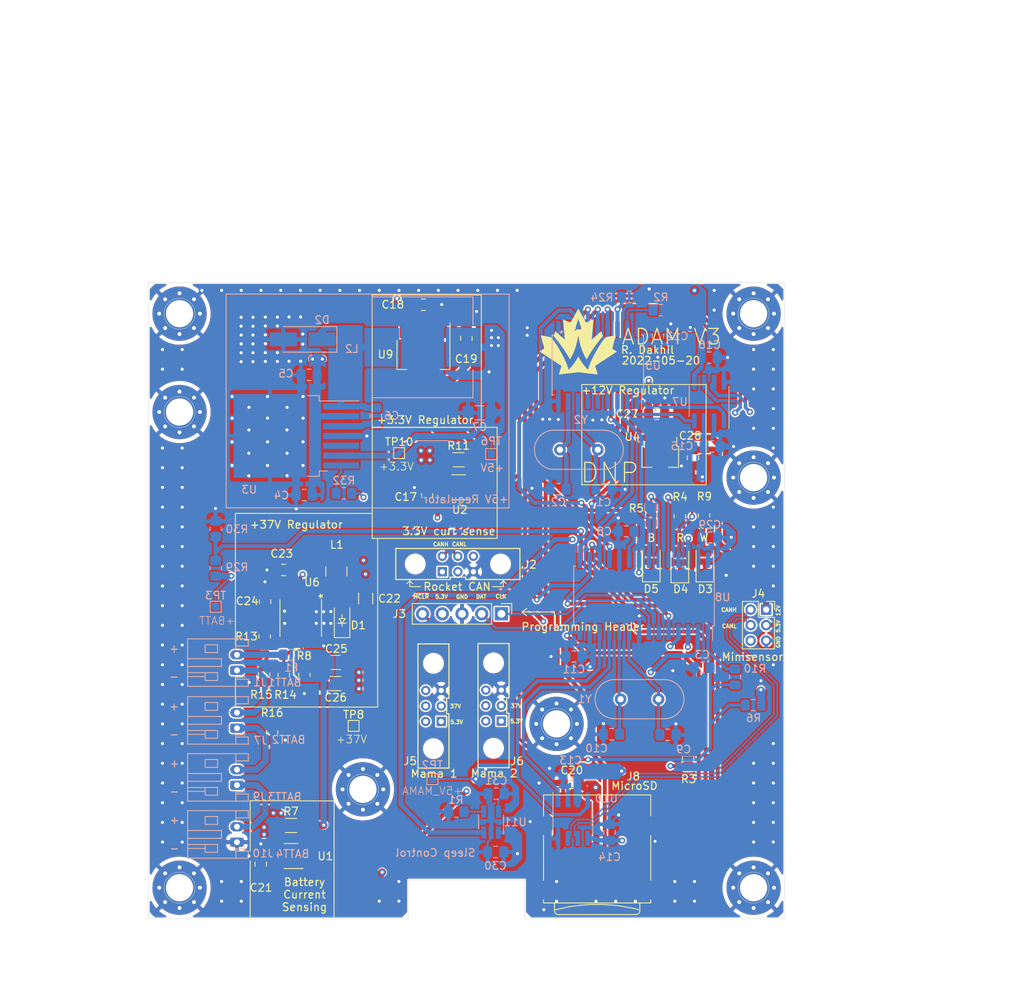
<source format=kicad_pcb>
(kicad_pcb (version 20211014) (generator pcbnew)
  (layers (0 "F.Cu" signal) (1 "In1.Cu" power "GND.Cu") (2 "In2.Cu" power "VCC.Cu") (31 "B.Cu" signal) (34 "B.Paste" user) (35 "F.Paste" user) (36 "B.SilkS" user "B.Silkscreen") (37 "F.SilkS" user "F.Silkscreen") (38 "B.Mask" user) (39 "F.Mask" user) (44 "Edge.Cuts" user))
  (net 0 "")
  (net 1 "GND")
  (net 2 "/MCU and CAN controllers/OSC3")
  (net 3 "/MCU and CAN controllers/OSC4")
  (net 4 "/~{MCLR}")
  (net 5 "+BATT")
  (net 6 "Net-(C6-Pad2)")
  (net 7 "Net-(C6-Pad1)")
  (net 8 "/MCU and CAN controllers/OSC1")
  (net 9 "/MCU and CAN controllers/OSC2")
  (net 10 "+3V3")
  (net 11 "Net-(C23-Pad1)")
  (net 12 "Net-(C24-Pad1)")
  (net 13 "+12V")
  (net 14 "Net-(D1-Pad2)")
  (net 15 "Net-(F1-Pad2)")
  (net 16 "Net-(F1-Pad1)")
  (net 17 "/ICSPDAT")
  (net 18 "/ICSPCLK")
  (net 21 "/CANH_PAYLOAD")
  (net 22 "/CANL_PAYLOAD")
  (net 23 "+37V")
  (net 25 "MAMA_PWR_EN")
  (net 26 "+5V")
  (net 27 "Net-(R4-Pad1)")
  (net 28 "Net-(R5-Pad1)")
  (net 29 "Net-(R8-Pad1)")
  (net 30 "Net-(R9-Pad1)")
  (net 31 "Net-(R13-Pad2)")
  (net 32 "Net-(R14-Pad2)")
  (net 33 "/Logger board/CS")
  (net 36 "/MCU and CAN controllers/CS_1")
  (net 37 "BATT_CURR_AMP")
  (net 38 "3V3_CURR_AMP")
  (net 41 "/MCU and CAN controllers/CAN_INT")
  (net 45 "/MCU and CAN controllers/MISO")
  (net 46 "Net-(C19-Pad2)")
  (net 47 "/MCU and CAN controllers/CLKOUT")
  (net 48 "/MCU and CAN controllers/CS_2")
  (net 49 "/MCU and CAN controllers/MCP_RX")
  (net 50 "/MCU and CAN controllers/MCP_TX")
  (net 51 "/MCU and CAN controllers/PIC_RX")
  (net 52 "/MCU and CAN controllers/PIC_TX")
  (net 53 "/CANH_ROCKET")
  (net 54 "/CANL_ROCKET")
  (net 55 "/MCU and CAN controllers/MOSI")
  (net 56 "V_SENSE")
  (net 57 "Net-(C8-Pad1)")
  (net 58 "Net-(R10-Pad1)")
  (net 59 "/MCU and CAN controllers/SCK")
  (net 60 "Net-(D3-Pad2)")
  (net 61 "Net-(D4-Pad2)")
  (net 62 "Net-(D5-Pad2)")
  (net 63 "Net-(R32-Pad2)")
  (net 70 "/37V_EN")
  (net 71 "/5V_MAMA")
  (net 72 "Net-(J1-Pad1)")
  (net 73 "Net-(J7-Pad1)")
  (net 74 "Net-(J10-Pad2)")
  (net 75 "Net-(R1-Pad1)")
  (net 76 "Net-(R2-Pad2)")
  (footprint "Connector_PinHeader_2.54mm:PinHeader_1x05_P2.54mm_Vertical" (layer "F.Cu") (at 147.3454 110.5154 -90)
    (fp_text reference "J3")
    (fp_text value "Conn_01x05_Female")
  )
  (footprint "Payload2020_custom:connector_Harwin_M80-5000642" (layer "F.Cu") (at 146.3294 122.34 90)
    (fp_text reference "J6")
    (fp_text value "M80-5000642")
  )
  (footprint "Payload2020_custom:microSD_Molex_WM6698CT-ND" (layer "F.Cu") (at 152.803 146.1356)
    (fp_text reference "J8")
    (fp_text value "693072010801")
  )
  (footprint "Payload2020_custom:connector_Harwin_M80-5000642" (layer "F.Cu") (at 138.5824 122.3908 90)
    (fp_text reference "J5")
    (fp_text value "M80-5000642")
  )
  (footprint "Resistor_SMD:R_0805_2012Metric_Pad1.20x1.40mm_HandSolder" (layer "F.Cu") (at 171.404 129.128 90)
    (fp_text reference "R3")
    (fp_text value "10kR")
  )
  (footprint "Capacitor_SMD:C_0805_2012Metric_Pad1.18x1.45mm_HandSolder" (layer "F.Cu") (at 156.340652 132.298 180)
    (fp_text reference "C20")
    (fp_text value "4.7uF")
  )
  (footprint "Capacitor_SMD:C_0805_2012Metric_Pad1.18x1.45mm_HandSolder" (layer "F.Cu") (at 167.35806 84.73186)
    (fp_text reference "C27")
    (fp_text value "1uF")
  )
  (footprint "Capacitor_SMD:C_0805_2012Metric_Pad1.18x1.45mm_HandSolder" (layer "F.Cu") (at 172.03928 90.39216 -90)
    (fp_text reference "C28")
    (fp_text value "1uF")
  )
  (footprint "Package_TO_SOT_SMD:SOT-89-3_Handsoldering" (layer "F.Cu") (at 167.82034 89.96174 -90)
    (fp_text reference "U4")
    (fp_text value "LDK320ADU120R")
  )
  (footprint "Capacitor_SMD:C_0805_2012Metric_Pad1.18x1.45mm_HandSolder" (layer "F.Cu") (at 116.87302 108.94178 90)
    (fp_text reference "C24")
    (fp_text value "1.5nF")
  )
  (footprint "Diode_SMD:D_SOD-123F" (layer "F.Cu") (at 126.80442 111.38108 90)
    (fp_text reference "D1")
    (fp_text value "570mV 1A")
  )
  (footprint "Inductor_SMD:L_1210_3225Metric_Pad1.42x2.65mm_HandSolder" (layer "F.Cu") (at 126.06782 105.04518 -90)
    (fp_text reference "L1")
    (fp_text value "33uH")
  )
  (footprint "Resistor_SMD:R_0805_2012Metric_Pad1.20x1.40mm_HandSolder" (layer "F.Cu") (at 121.95048 118.3894 -90)
    (fp_text reference "R8")
    (fp_text value "86.6kR")
  )
  (footprint "Resistor_SMD:R_0805_2012Metric_Pad1.20x1.40mm_HandSolder" (layer "F.Cu") (at 119.2911 118.3988 90)
    (fp_text reference "R14")
    (fp_text value "470kR")
  )
  (footprint "Payload2020_custom:TPS61175_Q1_Footprint" (layer "F.Cu") (at 121.47042 111.0488 -90)
    (fp_text reference "U6")
    (fp_text value "TPS61175QPWPRQ1")
  )
  (footprint "Capacitor_SMD:C_0805_2012Metric_Pad1.18x1.45mm_HandSolder" (layer "F.Cu") (at 116.32184 142.77712 -90)
    (fp_text reference "C21")
    (fp_text value "0.1uF")
  )
  (footprint "Package_TO_SOT_SMD:SOT-23-5_HandSoldering" (layer "F.Cu") (at 120.23218 141.73454 180)
    (fp_text reference "U1")
    (fp_text value "INA180A4QDBVRQ1")
  )
  (footprint "Payload2020_custom:connector_Harwin_M80-5000642" (layer "F.Cu") (at 141.732 104.0892)
    (fp_text reference "J2")
    (fp_text value "Conn_01x05")
  )
  (footprint "Capacitor_SMD:C_0805_2012Metric_Pad1.18x1.45mm_HandSolder" (layer "F.Cu") (at 137.29344 70.66788 180)
    (fp_text reference "C18")
    (fp_text value "1uF")
  )
  (footprint "Package_TO_SOT_SMD:SOT-23-5_HandSoldering" (layer "F.Cu") (at 141.83586 94.2009 180)
    (fp_text reference "U2")
    (fp_text value "INA180A4QDBVRQ1")
  )
  (footprint "Package_TO_SOT_SMD:SOT-223-3_TabPin2" (layer "F.Cu") (at 137.28954 77.10424 -90)
    (fp_text reference "U9")
    (fp_text value "ZLDO1117QG33TA")
  )
  (footprint "Capacitor_SMD:C_0805_2012Metric_Pad1.18x1.45mm_HandSolder" (layer "F.Cu") (at 142.8242 74.98842 -90)
    (fp_text reference "C19")
    (fp_text value "1uF")
  )
  (footprint "Resistor_SMD:R_1206_3216Metric_Pad1.30x1.75mm_HandSolder" (layer "F.Cu") (at 120.22582 137.795)
    (fp_text reference "R7")
    (fp_text value "66.25mR")
  )
  (footprint "Resistor_SMD:R_1206_3216Metric_Pad1.30x1.75mm_HandSolder" (layer "F.Cu") (at 141.82696 90.64994)
    (fp_text reference "R11")
    (fp_text value "66.25mR")
  )
  (footprint "Capacitor_SMD:C_1206_3216Metric_Pad1.33x1.80mm_HandSolder" (layer "F.Cu") (at 125.9463 119.507 180)
    (fp_text reference "C26")
    (fp_text value "10uF")
  )
  (footprint "Capacitor_SMD:C_1206_3216Metric_Pad1.33x1.80mm_HandSolder" (layer "F.Cu") (at 129.8448 108.5342 -90)
    (fp_text reference "C22")
    (fp_text value "10uF")
  )
  (footprint "Payload2020_custom:PinHeader_2x03_P2.00mm_Vertical_MINISENSOR_Harwin_Spacing" (layer "F.Cu") (at 180.489 111.998)
    (fp_text reference "J4")
    (fp_text value "Conn_01x05")
  )
  (footprint "Capacitor_SMD:C_0805_2012Metric_Pad1.18x1.45mm_HandSolder" (layer "F.Cu") (at 119.26452 104.85628 180)
    (fp_text reference "C23")
    (fp_text value "47nF")
  )
  (footprint "LED_SMD:LED_1206_3216Metric_Pad1.42x1.75mm_HandSolder" (layer "F.Cu") (at 170.3451 104.0495 90)
    (fp_text reference "D4")
    (fp_text value "156120RS75000")
  )
  (footprint "LED_SMD:LED_1206_3216Metric_Pad1.42x1.75mm_HandSolder" (layer "F.Cu") (at 173.5709 103.9257 90)
    (fp_text reference "D3")
    (fp_text value "QBLP650-IW")
  )
  (footprint "LED_SMD:LED_1206_3216Metric_Pad1.42x1.75mm_HandSolder" (layer "F.Cu") (at 166.6621 103.9225 90)
    (fp_text reference "D5")
    (fp_text value "150120BS75000")
  )
  (footprint "Resistor_SMD:R_0805_2012Metric_Pad1.20x1.40mm_HandSolder" (layer "F.Cu") (at 170.3451 97.933 -90)
    (fp_text reference "R4")
    (fp_text value "500R")
  )
  (footprint "Resistor_SMD:R_0805_2012Metric_Pad1.20x1.40mm_HandSolder" (layer "F.Cu") (at 173.4693 97.8314 -90)
    (fp_text reference "R9")
    (fp_text value "500R")
  )
  (footprint "Resistor_SMD:R_0805_2012Metric_Pad1.20x1.40mm_HandSolder" (layer "F.Cu") (at 166.6621 97.806 -90)
    (fp_text reference "R5")
    (fp_text value "500R")
  )
  (footprint "Capacitor_SMD:C_0805_2012Metric_Pad1.15x1.40mm_HandSolder" (layer "F.Cu") (at 137.76464 95.26944 -90)
    (fp_text reference "C17")
    (fp_text value "0.1uF")
  )
  (footprint "Capacitor_SMD:C_1206_3216Metric_Pad1.42x1.75mm_HandSolder" (layer "F.Cu") (at 125.96536 116.77828 180)
    (fp_text reference "C25")
    (fp_text value "10uF")
  )
  (footprint "Resistor_SMD:R_0805_2012Metric_Pad1.20x1.40mm_HandSolder" (layer "F.Cu") (at 116.82222 113.42548 -90)
    (fp_text reference "R13")
    (fp_text value "18.7kR")
  )
  (footprint "Resistor_SMD:R_0805_2012Metric_Pad1.20x1.40mm_HandSolder" (layer "F.Cu") (at 116.75872 118.32006 -90)
    (fp_text reference "R15")
    (fp_text value "16.2kR")
  )
  (footprint "Payload2020_custom:Logo_SilkScreen_10mm" (layer "F.Cu") (at 157.248 75.422)
    (fp_text reference "G***" hide)
    (fp_text value "LOGO" hide)
  )
  (footprint "Resistor_SMD:R_0805_2012Metric_Pad1.20x1.40mm_HandSolder" (layer "F.Cu") (at 117.779 125.798 -90)
    (fp_text reference "R16")
    (fp_text value "10kR 0.25W")
  )
  (footprint "MountingHole:MountingHole_3.5mm_Pad_Via" (layer "F.Cu") (at 179.854 145.818)
    (fp_text reference "H3")
    (fp_text value "MountingHole_Pad")
  )
  (footprint "MountingHole:MountingHole_3.5mm_Pad_Via" (layer "F.Cu") (at 179.854 92.948)
    (fp_text reference "H2")
    (fp_text value "MountingHole_Pad")
  )
  (footprint "MountingHole:MountingHole_3.5mm_Pad_Via" (layer "F.Cu") (at 129.494 133.138)
    (fp_text reference "H5")
    (fp_text value "MountingHole_Pad")
  )
  (footprint "MountingHole:MountingHole_3.5mm_Pad_Via" (layer "F.Cu") (at 105.854 145.818)
    (fp_text reference "H6")
    (fp_text value "MountingHole_Pad")
  )
  (footprint "TestPoint:TestPoint_Pad_1.0x1.0mm" (layer "F.Cu") (at 128.292 124.952)
    (fp_text reference "TP8")
    (fp_text value "TestPoint")
  )
  (footprint "MountingHole:MountingHole_3.5mm_Pad_Via" (layer "F.Cu") (at 154.454 124.698)
    (fp_text reference "H4")
    (fp_text value "MountingHole_Pad")
  )
  (footprint "MountingHole:MountingHole_3.5mm_Pad_Via" (layer "F.Cu") (at 179.854 71.818)
    (fp_text reference "H1")
    (fp_text value "MountingHole_Pad")
  )
  (footprint "TestPoint:TestPoint_Pad_1.0x1.0mm" (layer "F.Cu") (at 134.154 89.788)
    (fp_text reference "TP10")
    (fp_text value "TestPoint")
  )
  (footprint "MountingHole:MountingHole_3.5mm_Pad_Via" (layer "F.Cu") (at 105.854 71.818)
    (fp_text reference "H8")
    (fp_text value "MountingHole_Pad")
  )
  (footprint "MountingHole:MountingHole_3.5mm_Pad_Via" (layer "F.Cu") (at 105.854 84.498)
    (fp_text reference "H7")
    (fp_text value "MountingHole_Pad")
  )
  (footprint "Capacitor_SMD:C_0805_2012Metric_Pad1.18x1.45mm_HandSolder" (layer "B.Cu") (at 168.8045 126.111)
    (fp_text reference "C9")
    (fp_text value "27pF")
  )
  (footprint "Capacitor_SMD:C_0805_2012Metric_Pad1.18x1.45mm_HandSolder" (layer "B.Cu") (at 161.5479 126.0348 180)
    (fp_text reference "C10")
    (fp_text value "27pF")
  )
  (footprint "Package_SO:SOIC-8_3.9x4.9mm_P1.27mm" (layer "B.Cu") (at 156.5529 136.9822 -90)
    (fp_text reference "U10")
    (fp_text value "MCP2562-E/SN")
  )
  (footprint "Diode_SMD:D_SMA_Handsoldering" (layer "B.Cu") (at 121.7276 75.1332 180)
    (fp_text reference "D2")
    (fp_text value "450mV 2A")
  )
  (footprint "Inductor_SMD:L_Wuerth_HCI-1365" (layer "B.Cu") (at 137.1776 76.1492)
    (fp_text reference "L2")
    (fp_text value "18uH")
  )
  (footprint "Capacitor_SMD:C_0805_2012Metric_Pad1.18x1.45mm_HandSolder" (layer "B.Cu") (at 121.9161 95.1992 180)
    (fp_text reference "C4")
    (fp_text value "15uF")
  )
  (footprint "Capacitor_SMD:C_0805_2012Metric_Pad1.18x1.45mm_HandSolder" (layer "B.Cu") (at 122.5511 79.7052 180)
    (fp_text reference "C5")
    (fp_text value "1uF")
  )
  (footprint "Capacitor_SMD:C_0805_2012Metric_Pad1.18x1.45mm_HandSolder" (layer "B.Cu") (at 131.1656 84.98704 -90)
    (fp_text reference "C6")
    (fp_text value "10nF")
  )
  (footprint "Package_TO_SOT_SMD:TO-263-7_TabPin4" (layer "B.Cu") (at 120.9008 87.5792 180)
    (fp_text reference "U3")
    (fp_text value "LM22678TJ-5.0")
  )
  (footprint "Capacitor_SMD:C_0805_2012Metric_Pad1.18x1.45mm_HandSolder" (layer "B.Cu") (at 156.3155 131.2418 180)
    (fp_text reference "C13")
    (fp_text value "0.1uF")
  )
  (footprint "Crystal:Crystal_HC49-4H_Vertical" (layer "B.Cu") (at 167.5892 121.5136 180)
    (fp_text reference "Y1")
    (fp_text value "12MHz")
  )
  (footprint "Capacitor_SMD:C_0805_2012Metric_Pad1.18x1.45mm_HandSolder" (layer "B.Cu") (at 161.27984 138.6801 90)
    (fp_text reference "C14")
    (fp_text value "0.1uF")
  )
  (footprint "Package_SO:SOIC-18W_7.5x11.6mm_P1.27mm" (layer "B.Cu") (at 159.766 78.4352 90)
    (fp_text reference "U5")
    (fp_text value "MCP2515-I/P")
  )
  (footprint "Resistor_SMD:R_0805_2012Metric_Pad1.20x1.40mm_HandSolder" (layer "B.Cu") (at 163.84016 69.65188 180)
    (fp_text reference "R24")
    (fp_text value "10kR")
  )
  (footprint "Package_SO:SOIC-8_3.9x4.9mm_P1.27mm" (layer "B.Cu") (at 174.117 83.1342 90)
    (fp_text reference "U7")
    (fp_text value "MCP2562-E/SN")
  )
  (footprint "Crystal:Crystal_HC49-4H_Vertical" (layer "B.Cu") (at 159.766 89.3572 180)
    (fp_text reference "Y2")
    (fp_text value "12MHz")
  )
  (footprint "Capacitor_SMD:C_0805_2012Metric_Pad1.18x1.45mm_HandSolder" (layer "B.Cu") (at 154.6645 94.4372 180)
    (fp_text reference "C2")
    (fp_text value "27pF")
  )
  (footprint "Capacitor_SMD:C_0805_2012Metric_Pad1.18x1.45mm_HandSolder" (layer "B.Cu") (at 160.5495 94.4372)
    (fp_text reference "C1")
    (fp_text value "27pF")
  )
  (footprint "Capacitor_SMD:C_0805_2012Metric_Pad1.18x1.45mm_HandSolder" (layer "B.Cu") (at 167.51046 74.69496 -90)
    (fp_text reference "C12")
    (fp_text value "0.1uF")
  )
  (footprint "Capacitor_SMD:C_0805_2012Metric_Pad1.18x1.45mm_HandSolder" (layer "B.Cu") (at 174.1336 77.48778)
    (fp_text reference "C16")
    (fp_text value "0.1uF")
  )
  (footprint "Capacitor_SMD:C_0805_2012Metric_Pad1.18x1.45mm_HandSolder" (layer "B.Cu") (at 174.4985 88.9348)
    (fp_text reference "C15")
    (fp_text value "0.1uF")
  )
  (footprint "Capacitor_SMD:C_0805_2012Metric_Pad1.15x1.40mm_HandSolder" (layer "B.Cu") (at 173.241 117.4336 180)
    (fp_text reference "C3")
    (fp_text value "0.1uF")
  )
  (footprint "Capacitor_SMD:C_0805_2012Metric_Pad1.15x1.40mm_HandSolder" (layer "B.Cu") (at 163.42528 99.87712 180)
    (fp_text reference "C8")
    (fp_text value "10uF")
  )
  (footprint "Capacitor_SMD:C_0805_2012Metric_Pad1.15x1.40mm_HandSolder" (layer "B.Cu") (at 156.6802 116.0112)
    (fp_text reference "C11")
    (fp_text value "10uF")
  )
  (footprint "Capacitor_SMD:C_0805_2012Metric_Pad1.15x1.40mm_HandSolder" (layer "B.Cu") (at 174.2062 100.6696 180)
    (fp_text reference "C29")
    (fp_text value "10uF")
  )
  (footprint "Resistor_SMD:R_0805_2012Metric_Pad1.15x1.40mm_HandSolder" (layer "B.Cu") (at 179.82468 122.27992 180)
    (fp_text reference "R6")
    (fp_text value "10kR")
  )
  (footprint "Resistor_SMD:R_0805_2012Metric_Pad1.15x1.40mm_HandSolder" (layer "B.Cu") (at 177.4664 118.6528 -90)
    (fp_text reference "R10")
    (fp_text value "100R")
  )
  (footprint "Package_SO:SOIC-28W_7.5x17.9mm_P1.27mm" (layer "B.Cu") (at 165.72144 108.22356 90)
    (fp_text reference "U8")
    (fp_text value "DSPIC33EP512GP502")
  )
  (footprint "Capacitor_SMD:C_1206_3216Metric_Pad1.42x1.75mm_HandSolder" (layer "B.Cu") (at 144.529 84.598)
    (fp_text reference "C7")
    (fp_text value "57uF")
  )
  (footprint "Resistor_SMD:R_0805_2012Metric_Pad1.20x1.40mm_HandSolder" (layer "B.Cu") (at 110.512 99.552 90)
    (fp_text reference "R30")
    (fp_text value "10k")
  )
  (footprint "TestPoint:TestPoint_Pad_1.0x1.0mm" (layer "B.Cu") (at 110.504 109.598 180)
    (fp_text reference "TP3")
    (fp_text value "TestPoint")
  )
  (footprint "Capacitor_SMD:C_0805_2012Metric_Pad1.18x1.45mm_HandSolder" (layer "B.Cu") (at 146.5965 141.208 180)
    (fp_text reference "C30")
    (fp_text value "4.7uF")
  )
  (footprint "TestPoint:TestPoint_Pad_1.0x1.0mm" (layer "B.Cu") (at 146.029 89.923 180)
    (fp_text reference "TP6")
    (fp_text value "TestPoint")
  )
  (footprint "TestPoint:TestPoint_Pad_1.0x1.0mm" (layer "B.Cu") (at 138.452 131.81 180)
    (fp_text reference "TP2")
    (fp_text value "TestPoint")
  )
  (footprint "Resistor_SMD:R_0805_2012Metric_Pad1.20x1.40mm_HandSolder" (layer "B.Cu") (at 110.512 104.632 90)
    (fp_text reference "R29")
    (fp_text value "30k")
  )
  (footprint "Connector_JST:JST_PH_S2B-PH-K_1x02_P2.00mm_Horizontal" (layer "B.Cu") (at 113.254 132.598 90)
    (fp_text reference "J9")
    (fp_text value "Conn_01x02_Female")
  )
  (footprint "Capacitor_SMD:C_0805_2012Metric_Pad1.18x1.45mm_HandSolder" (layer "B.Cu") (at 146.6665 133.698 180)
    (fp_text reference "C31")
    (fp_text value "0.1uF")
  )
  (footprint "Connector_JST:JST_PH_S2B-PH-K_1x02_P2.00mm_Horizontal" (layer "B.Cu") (at 113.254 117.798 90)
    (fp_text reference "J1")
    (fp_text value "Conn_01x02_Female")
  )
  (footprint "Resistor_SMD:R_0805_2012Metric_Pad1.20x1.40mm_HandSolder" (layer "B.Cu") (at 167.9 71.358 180)
    (fp_text reference "R2")
    (fp_text value "10kR")
  )
  (footprint "Connector_JST:JST_PH_S2B-PH-K_1x02_P2.00mm_Horizontal" (layer "B.Cu") (at 113.254 139.948 90)
    (fp_text reference "J10")
    (fp_text value "Conn_01x02_Female")
  )
  (footprint "Resistor_SMD:R_0805_2012Metric_Pad1.20x1.40mm_HandSolder" (layer "B.Cu") (at 141.516754 136.005153 180)
    (fp_text reference "R1")
    (fp_text value "0R")
  )
  (footprint "Fuse:Fuse_0805_2012Metric_Pad1.15x1.40mm_HandSolder" (layer "B.Cu") (at 120.254 115.798)
    (fp_text reference "F1")
    (fp_text value "500mA")
  )
  (footprint "Package_TO_SOT_SMD:SOT-23-5_HandSoldering" (layer "B.Cu") (at 146.014 137.358 90)
    (fp_text reference "U11")
    (fp_text value "FPF2125")
  )
  (footprint "Connector_JST:JST_PH_S2B-PH-K_1x02_P2.00mm_Horizontal" (layer "B.Cu") (at 113.254 125.248 90)
    (fp_text reference "J7")
    (fp_text value "Conn_01x02_Female")
  )
  (footprint "Resistor_SMD:R_0805_2012Metric_Pad1.20x1.40mm_HandSolder" (layer "B.Cu") (at 127.038 94.98 180)
    (fp_text reference "R32")
    (fp_text value "470kR")
  )
  (gr_line (start 148.336 69.29628) (end 111.8616 69.2912) (layer "B.SilkS") (width 0.12))
  (gr_line (start 111.8616 96.8502) (end 148.3106 96.86544) (layer "B.SilkS") (width 0.12))
  (gr_line (start 111.8616 69.2912) (end 111.8616 96.8502) (layer "B.SilkS") (width 0.12))
  (gr_line (start 148.336 69.29628) (end 148.31568 96.86036) (layer "B.SilkS") (width 0.12))
  (gr_line (start 173.729 93.873) (end 173.72814 80.9592) (layer "F.SilkS") (width 0.12))
  (gr_line (start 157.7052 80.9592) (end 157.704 93.873) (layer "F.SilkS") (width 0.12))
  (gr_line (start 157.704 93.873) (end 173.729 93.873) (layer "F.SilkS") (width 0.12))
  (gr_line (start 147.2184 106.6292) (end 147.5994 106.2482) (layer "F.SilkS") (width 0.12))
  (gr_line (start 135.5344 107.0102) (end 136.9314 107.0102) (layer "F.SilkS") (width 0.12))
  (gr_line (start 135.1534 106.6292) (end 135.5344 106.2482) (layer "F.SilkS") (width 0.12))
  (gr_line (start 135.5344 107.0102) (end 135.5344 106.2482) (layer "F.SilkS") (width 0.12))
  (gr_line (start 135.5344 106.2482) (end 135.9154 106.6292) (layer "F.SilkS") (width 0.12))
  (gr_line (start 173.729 80.9592) (end 157.7052 80.9592) (layer "F.SilkS") (width 0.12))
  (gr_line (start 114.957 141.1191) (end 114.957 134.60222) (layer "F.SilkS") (width 0.12))
  (gr_line (start 114.954 149.738) (end 114.957 142.351) (layer "F.SilkS") (width 0.12))
  (gr_line (start 131.39166 122.53722) (end 114.004 122.523) (layer "F.SilkS") (width 0.12))
  (gr_line (start 113.052 97.5614) (end 130.705 97.5708) (layer "F.SilkS") (width 0.12))
  (gr_line (start 147.5994 106.2482) (end 147.9804 106.6292) (layer "F.SilkS") (width 0.12))
  (gr_line (start 154.178 110.2614) (end 149.987 110.2614) (layer "F.SilkS") (width 0.12))
  (gr_line (start 147.5994 106.2482) (end 147.2184 106.6292) (layer "F.SilkS") (width 0.12))
  (gr_line (start 113.052 118.798) (end 113.052 122.323) (layer "F.SilkS") (width 0.12))
  (gr_line (start 126.80696 111.71936) (end 126.40564 111.13008) (layer "F.SilkS") (width 0.12))
  (gr_line (start 131.3908 100.822) (end 131.39166 122.53722) (layer "F.SilkS") (width 0.12))
  (gr_line (start 126.80696 111.7346) (end 126.80696 112.12576) (layer "F.SilkS") (width 0.12))
  (gr_line (start 127.20828 111.125) (end 126.80696 111.71936) (layer "F.SilkS") (width 0.12))
  (gr_line (start 125.77572 134.62762) (end 114.957 134.60222) (layer "F.SilkS") (width 0.12))
  (gr_line (start 149.987 110.2614) (end 150.5966 110.7694) (layer "F.SilkS") (width 0.12))
  (gr_line (start 126.80696 110.5916) (end 126.80696 111.11992) (layer "F.SilkS") (width 0.12))
  (gr_line (start 126.40564 111.13008) (end 127.19812 111.13008) (layer "F.SilkS") (width 0.12))
  (gr_line (start 127.3556 111.72444) (end 126.2634 111.72444) (layer "F.SilkS") (width 0.12))
  (gr_line (start 126.2634 111.72444) (end 126.81712 111.71936) (layer "F.SilkS") (width 0.12))
  (gr_line (start 147.5994 107.0102) (end 147.5994 106.2482) (layer "F.SilkS") (width 0.12))
  (gr_line (start 149.987 110.2614) (end 150.622 109.8296) (layer "F.SilkS") (width 0.12))
  (gr_line (start 154.172138 111.6805) (end 154.178 110.2614) (layer "F.SilkS") (width 0.12))
  (gr_line (start 146.2024 107.0102) (end 147.5994 107.0102) (layer "F.SilkS") (width 0.12))
  (gr_rect (start 130.679 69.398) (end 144.754 86.473) (layer "F.SilkS") (width 0.12) (fill none))
  (gr_line (start 113.052 114.538) (end 113.052 97.5614) (layer "F.SilkS") (width 0.12))
  (gr_line (start 125.774 149.728) (end 125.77572 134.62762) (layer "F.SilkS") (width 0.12))
  (gr_rect (start 130.692 86.472) (end 146.794 100.788) (layer "F.SilkS") (width 0.12) (fill none))
  (gr_line (start 135.354 144.818) (end 150.354 144.818) (layer "Edge.Cuts") (width 0.05))
  (gr_circle (center 179.854 71.818) (end 181.854 71.818) (layer "Edge.Cuts") (width 0.05) (fill none))
  (gr_circle (center 179.854 92.948) (end 181.854 92.948) (layer "Edge.Cuts") (width 0.05) (fill none))
  (gr_circle (center 105.854 71.818) (end 107.854 71.818) (layer "Edge.Cuts") (width 0.05) (fill none))
  (gr_circle (center 105.854 84.498) (end 107.854 84.498) (layer "Edge.Cuts") (width 0.05) (fill none))
  (gr_circle (center 129.494 133.138) (end 131.494 133.138) (layer "Edge.Cuts") (width 0.05) (fill none))
  (gr_circle (center 154.454 124.698) (end 156.454 124.698) (layer "Edge.Cuts") (width 0.05) (fill none))
  (gr_circle (center 179.854 145.818) (end 181.854 145.818) (layer "Edge.Cuts") (width 0.05) (fill none))
  (gr_line (start 135.354 144.818) (end 135.354 149.818) (layer "Edge.Cuts") (width 0.05))
  (gr_line (start 150.354 144.818) (end 150.354 149.818) (layer "Edge.Cuts") (width 0.05))
  (gr_line (start 150.354 149.818) (end 183.854 149.818) (layer "Edge.Cuts") (width 0.05))
  (gr_line (start 101.854 67.818) (end 183.854 67.818) (layer "Edge.Cuts") (width 0.05))
  (gr_line (start 183.854 67.818) (end 183.854 149.818) (layer "Edge.Cuts") (width 0.05))
  (gr_line (start 135.354 149.818) (end 101.854 149.818) (layer "Edge.Cuts") (width 0.05))
  (gr_line (start 101.854 149.818) (end 101.854 67.818) (layer "Edge.Cuts") (width 0.05))
  (gr_circle (center 105.854 145.818) (end 107.854 145.818) (layer "Edge.Cuts") (width 0.05) (fill none))
  (gr_text "+5V Regulator\n" (at 142.77 95.742) (layer "B.SilkS") (effects (font (size 1 1)) (justify mirror)))
  (gr_text "BATT4\n" (at 120.418 141.462) (layer "B.SilkS") (effects (font (size 1 1)) (justify mirror)))
  (gr_text "BATT3\n" (at 119.402 134.096) (layer "B.SilkS") (effects (font (size 1 1)) (justify mirror)))
  (gr_text "BATT2\n" (at 119.91 126.73) (layer "B.SilkS") (effects (font (size 1 1)) (justify mirror)))
  (gr_text "BATT1\n" (at 119.402 119.364) (layer "B.SilkS") (effects (font (size 1 1)) (justify mirror)))
  (gr_text "Sleep Control" (at 138.833 141.3096) (layer "B.SilkS") (effects (font (size 1 1)) (justify mirror)))
  (gr_text "+\n" (at 105.154 122.448) (layer "B.SilkS") (effects (font (size 1 1)) (justify mirror)))
  (gr_text "-\n" (at 105.154 126.048) (layer "B.SilkS") (effects (font (size 1 1)) (justify mirror)))
  (gr_text "+\n" (at 105.204 129.798) (layer "B.SilkS") (effects (font (size 1 1)) (justify mirror)))
  (gr_text "-\n" (at 105.204 133.398) (layer "B.SilkS") (effects (font (size 1 1)) (justify mirror)))
  (gr_text "+\n" (at 105.204 137.098) (layer "B.SilkS") (effects (font (size 1 1)) (justify mirror)))
  (gr_text "+BATT" (at 110.704 111.398) (layer "B.SilkS") (effects (font (size 1 1) (thickness 0.1)) (justify mirror)))
  (gr_text "-\n" (at 105.154 118.598) (layer "B.SilkS") (effects (font (size 1 1)) (justify mirror)))
  (gr_text "+5V_MAMA" (at 138.452 133.334) (layer "B.SilkS") (effects (font (size 1 1) (thickness 0.1)) (justify mirror)))
  (gr_text "+\n" (at 105.154 114.998) (layer "B.SilkS") (effects (font (size 1 1)) (justify mirror)))
  (gr_text "+5V" (at 146.179 91.698) (layer "B.SilkS") (effects (font (size 1 1)) (justify mirror)))
  (gr_text "-\n" (at 105.204 140.748) (layer "B.SilkS") (effects (font (size 1 1)) (justify mirror)))
  (gr_text "Mama 2" (at 146.416403 131.075563) (layer "F.SilkS") (effects (font (size 1 1))))
  (gr_text "DNP" (at 161.3027 92.32646) (layer "F.SilkS") (effects (font (size 2.5 2.5))))
  (gr_text "+12V Regulator" (at 163.654 81.698) (layer "F.SilkS") (effects (font (size 1 1))))
  (gr_text "Programming Header" (at 157.8703 112.1758) (layer "F.SilkS") (effects (font (size 1 1))))
  (gr_text "+37V Regulator" (at 120.904 99.0092) (layer "F.SilkS") (effects (font (size 1 1))))
  (gr_text "+3.3V Regulator\n\n" (at 137.529 86.323) (layer "F.SilkS") (effects (font (size 1 1))))
  (gr_text "R. Dakhil\n" (at 166.1888 76.4888) (layer "F.SilkS") (effects (font (size 1 1))))
  (gr_text "ADAM V3" (at 169.254 74.798) (layer "F.SilkS") (effects (font (size 2 2))))
  (gr_text "2022-05-20\n" (at 167.916 77.8604) (layer "F.SilkS") (effects (font (size 1 1))))
  (gr_text "37V" (at 149.2504 122.3772) (layer "F.SilkS") (effects (font (size 0.5 0.5) (thickness 0.125))))
  (gr_text "37V" (at 141.4272 122.428) (layer "F.SilkS") (effects (font (size 0.5 0.5) (thickness 0.125))))
  (gr_text "5.3V\n" (at 141.5796 124.46) (layer "F.SilkS") (effects (font (size 0.5 0.5) (thickness 0.125))))
  (gr_text "CANH" (at 139.52728 101.5492) (layer "F.SilkS") (effects (font (size 0.5 0.5) (thickness 0.125))))
  (gr_text "CANL" (at 141.91488 101.53396) (layer "F.SilkS") (effects (font (size 0.5 0.5) (thickness 0.125))))
  (gr_text "~{MCLR}" (at 137.004 108.298) (layer "F.SilkS") (effects (font (size 0.5 0.5) (thickness 0.125))))
  (gr_text "5.3V" (at 139.629 108.298) (layer "F.SilkS") (effects (font (size 0.5 0.5) (thickness 0.125))))
  (gr_text "GND" (at 142.2654 108.323) (layer "F.SilkS") (effects (font (size 0.5 0.5) (thickness 0.125))))
  (gr_text "DAT" (at 144.74444 108.298) (layer "F.SilkS") (effects (font (size 0.5 0.5) (thickness 0.125))))
  (gr_text "CLK" (at 147.304 108.273) (layer "F.SilkS") (effects (font (size 0.5 0.5) (thickness 0.125))))
  (gr_text "5.3V\n" (at 183.029 112.125 90) (layer "F.SilkS") (effects (font (size 0.5 0.5) (thickness 0.125))))
  (gr_text "12V" (at 183.029 110.093 90) (layer "F.SilkS") (effects (font (size 0.5 0.5) (thickness 0.125))))
  (gr_text "CANH" (at 176.679 109.998) (layer "F.SilkS") (effects (font (size 0.5 0.5) (thickness 0.125))))
  (gr_text "CANL" (at 176.729 112.098) (layer "F.SilkS") (effects (font (size 0.5 0.5) (thickness 0.125))))
  (gr_text "GND" (at 183.029 114.157 90) (layer "F.SilkS") (effects (font (size 0.5 0.5) (thickness 0.125))))
  (gr_text "3.3V curr sense" (at 140.564 99.848) (layer "F.SilkS") (effects (font (size 1 1))))
  (gr_text "5.3V\n" (at 149.3012 124.3584) (layer "F.SilkS") (effects (font (size 0.5 0.5) (thickness 0.125))))
  (gr_text "Rocket CAN\n" (at 141.6304 107.0102) (layer "F.SilkS") (effects (font (size 1 1))))
  (gr_text "R" (at 170.404 100.723) (layer "F.SilkS") (effects (font (size 1 1))))
  (gr_text "+37V" (at 128.029 126.698) (layer "F.SilkS") (effects (font (size 1 1) (thickness 0.1))))
  (gr_text "+3.3V" (at 133.824 91.518) (layer "F.SilkS") (effects (font (size 1 1) (thickness 0.1))))
  (gr_text "Minisensor\n" (at 179.7016 116.062) (layer "F.SilkS") (effects (font (size 1 1))))
  (gr_text "B\n" (at 166.679 100.723) (layer "F.SilkS") (effects (font (size 1 1))))
  (gr_text "MicroSD" (at 164.4997 132.6863) (layer "F.SilkS") (effects (font (size 1 1))))
  (gr_text "Mama 1" (at 138.664166 131.116909) (layer "F.SilkS") (effects (font (size 1 1))))
  (gr_text "W" (at 173.454 100.673) (layer "F.SilkS") (effects (font (size 1 1))))
  (gr_text "Battery\nCurrent\nSensing\n" (at 121.96064 146.70024) (layer "F.SilkS") (effects (font (size 1 1))))
  (segment (start 171.14774 107.63504) (end 175.39208 107.63504) (width 0.42) (layer "F.Cu") (net 1))
  (segment (start 170.3451 105.537) (end 170.3451 106.8324) (width 0.42) (layer "F.Cu") (net 1))
  (segment (start 170.3451 106.8324) (end 171.14774 107.63504) (width 0.42) (layer "F.Cu") (net 1))
  (segment (start 175.39208 107.63504) (end 176.31918 106.70794) (width 0.42) (layer "F.Cu") (net 1))
  (segment (start 176.30648 105.5624) (end 176.31918 105.5497) (width 0.42) (layer "F.Cu") (net 1))
  (segment (start 176.31918 106.70794) (end 176.31918 105.5497) (width 0.42) (layer "F.Cu") (net 1))
  (segment (start 174.1297 105.5624) (end 176.30648 105.5624) (width 0.42) (layer "F.Cu") (net 1))
  (segment (start 166.5605 106.74096) (end 167.45458 107.63504) (width 0.42) (layer "F.Cu") (net 1))
  (segment (start 167.45458 107.63504) (end 171.14774 107.63504) (width 0.42) (layer "F.Cu") (net 1))
  (segment (start 166.5605 105.6672) (end 166.5605 106.74096) (width 0.42) (layer "F.Cu") (net 1))
  (segment (start 166.551 105.6767) (end 166.5605 105.6672) (width 0.42) (layer "F.Cu") (net 1))
  (segment (start 174.117 105.5751) (end 174.1297 105.5624) (width 0.42) (layer "F.Cu") (net 1))
  (segment (start 121.47042 113.9698) (end 121.47042 114.86442) (width 0.25) (layer "F.Cu") (net 1))
  (segment (start 152.803 137.8356) (end 151.5896 137.8356) (width 0.6) (layer "F.Cu") (net 1))
  (segment (start 142.8242 73.95092) (end 139.59286 73.95092) (width 0.8) (layer "F.Cu") (net 1))
  (segment (start 121.47042 114.86442) (end 121.8839 115.2779) (width 0.25) (layer "F.Cu") (net 1))
  (segment (start 123.38304 114.007214) (end 123.420454 113.9698) (width 0.2032) (layer "F.Cu") (net 1))
  (segment (start 124.47786 116.77828) (end 123.62348 116.77828) (width 0.2032) (layer "F.Cu") (net 1))
  (segment (start 153.629 132.298) (end 152.229 132.298) (width 0.8) (layer "F.Cu") (net 1))
  (segment (start 155.303152 132.298) (end 153.629 132.298) (width 0.8) (layer "F.Cu") (net 1))
  (segment (start 152.229 132.298) (end 152.204 132.323) (width 0.8) (layer "F.Cu") (net 1))
  (segment (start 142.8242 72.8532) (end 144.1416 71.5358) (width 0.6) (layer "F.Cu") (net 1))
  (segment (start 120.170397 108.956603) (end 120.170397 109.381603) (width 0.25) (layer "F.Cu") (net 1))
  (segment (start 121.59742 141.74978) (end 121.58218 141.73454) (width 0.42) (layer "F.Cu") (net 1))
  (segment (start 172.07738 91.46776) (end 172.03928 91.42966) (width 0.2032) (layer "F.Cu") (net 1))
  (segment (start 116.32184 141.73962) (end 114.81054 141.73962) (width 0.6) (layer "F.Cu") (net 1))
  (segment (start 142.8242 73.95092) (end 142.8242 72.8532) (width 0.6) (layer "F.Cu") (net 1))
  (segment (start 172.02132 91.44762) (end 172.03928 91.42966) (width 0.2032) (layer "F.Cu") (net 1))
  (segment (start 116.87302 107.90428) (end 118.76532 107.90428) (width 0.5) (layer "F.Cu") (net 1))
  (segment (start 139.58954 70.94096) (end 139.58954 73.95424) (width 0.8) (layer "F.Cu") (net 1))
  (segment (start 116.32184 140.17752) (end 116.32946 140.1699) (width 0.2032) (layer "F.Cu") (net 1))
  (segment (start 136.12466 94.23134) (end 137.78718 94.23134) (width 0.6) (layer "F.Cu") (net 1))
  (segment (start 116.75872 119.32006) (end 114.84854 119.32006) (width 0.37) (layer "F.Cu") (net 1))
  (segment (start 120.170397 108.1278) (end 120.170397 108.956603) (width 0.25) (layer "F.Cu") (net 1))
  (segment (start 118.98884 108.1278) (end 119.520386 108.1278) (width 0.5) (layer "F.Cu") (net 1))
  (segment (start 123.38304 118.50624) (end 124.3838 119.507) (width 0.2032) (layer "F.Cu") (net 1))
  (segment (start 122.83694 114.036297) (end 122.770443 113.9698) (width 0.2032) (layer "F.Cu") (net 1))
  (segment (start 152.803 146.1356) (end 152.803 148.6502) (width 0.6) (layer "F.Cu") (net 1))
  (segment (start 122.83694 115.2779) (end 122.83694 114.036297) (width 0.2032) (layer "F.Cu") (net 1))
  (segment (start 118.76532 107.90428) (end 118.98884 108.1278) (width 0.5) (layer "F.Cu") (net 1))
  (segment (start 123.38304 116.53784) (end 123.38304 118.50624) (width 0.2032) (layer "F.Cu") (net 1))
  (segment (start 168.39184 82.677) (end 168.39184 84.72814) (width 0.8) (layer "F.Cu") (net 1))
  (segment (start 121.9454 119.39448) (end 121.95048 119.3894) (width 0.2032) (layer "F.Cu") (net 1))
  (segment (start 151.5896 137.8356) (end 151.0504 137.2964) (width 0.6) (layer "F.Cu") (net 1))
  (segment (start 138.33094 70.66788) (end 139.31646 70.66788) (width 0.8) (layer "F.Cu") (net 1))
  (segment (start 116.32184 141.73962) (end 121.5771 141.73962) (width 0.6) (layer "F.Cu") (net 1))
  (segment (start 117.34028 104.85628) (end 118.22702 104.85628) (width 0.42) (layer "F.Cu") (net 1))
  (segment (start 114.84854 119.32006) (end 114.83 119.3386) (width 0.2032) (layer "F.Cu") (net 1))
  (segment (start 166.553 137.8356) (end 166.564 137.8356) (width 0.2032) (layer "F.Cu") (net 1))
  (segment (start 116.78158 119.70258) (end 116.77142 119.69242) (width 0.2032) (layer "F.Cu") (net 1))
  (segment (start 123.62348 116.77828) (end 123.38304 116.53784) (width 0.2032) (layer "F.Cu") (net 1))
  (segment (start 121.5771 141.73962) (end 121.58218 141.73454) (width 0.2032) (layer "F.Cu") (net 1))
  (segment (start 166.553 137.8356) (end 166.553 139.2354) (width 0.5) (layer "F.Cu") (net 1))
  (segment (start 166.553 139.2354) (end 167.154 139.8364) (width 0.5) (layer "F.Cu") (net 1))
  (segment (start 121.8839 115.2779) (end 122.83694 115.2779) (width 0.25) (layer "F.Cu") (net 1))
  (segment (start 121.9454 120.78462) (end 121.9454 119.39448) (width 0.37) (layer "F.Cu") (net 1))
  (segment (start 121.61266 141.70406) (end 121.58218 141.73454) (width 0.2032) (layer "F.Cu") (net 1))
  (segment (start 115.0366 141.73962) (end 115.02644 141.74978) (width 0.2032) (layer "F.Cu") (net 1))
  (segment (start 122.36196 115.2779) (end 122.83694 115.2779) (width 0.2032) (layer "F.Cu") (net 1))
  (segment (start 123.38304 116.06276) (end 123.38304 116.53784) (width 0.2032) (layer "F.Cu") (net 1))
  (segment (start 116.33708 141.72438) (end 116.32184 141.73962) (width 0.2032) (layer "F.Cu") (net 1))
  (segment (start 122.120431 115.036371) (end 122.36196 115.2779) (width 0.2032) (layer "F.Cu") (net 1))
  (segment (start 119.520386 108.1278) (end 119.9492 108.1278) (width 0.5) (layer "F.Cu") (net 1))
  (segment (start 120.170397 109.381603) (end 119.379 110.173) (width 0.25) (layer "F.Cu") (net 1))
  (segment (start 139.31646 70.66788) (end 139.58954 70.94096) (width 0.8) (layer "F.Cu") (net 1))
  (segment (start 123.38304 115.824) (end 123.38304 116.06276) (width 0.2032) (layer "F.Cu") (net 1))
  (segment (start 116.32184 141.73962) (end 116.32184 140.17752) (width 0.6) (layer "F.Cu") (net 1))
  (segment (start 123.38304 116.06276) (end 123.38304 114.007214) (width 0.2032) (layer "F.Cu") (net 1))
  (segment (start 170.55338 91.44762) (end 172.02132 91.44762) (width 0.8) (layer "F.Cu") (net 1))
  (segment (start 122.83694 115.2779) (end 123.38304 115.824) (width 0.2032) (layer "F.Cu") (net 1))
  (segment (start 114.81054 141.73962) (end 114.808 141.73708) (width 0.2032) (layer "F.Cu") (net 1))
  (segment (start 122.120431 113.9698) (end 122.120431 115.036371) (width 0.2032) (layer "F.Cu") (net 1))
  (segment (start 167.82034 87.89924) (end 167.82034 90.6526) (width 0.2032) (layer "F.Cu") (net 1))
  (via (at 117.1956 82.4992) (size 0.8) (drill 0.4) (layers "F.Cu" "B.Cu") (net 1))
  (via (at 117.1956 88.3412) (size 0.8) (drill 0.4) (layers "F.Cu" "B.Cu") (net 1))
  (via (at 117.1956 91.3892) (size 0.8) (drill 0.4) (layers "F.Cu" "B.Cu") (net 1))
  (via (at 114.78006 92.71762) (size 0.8) (drill 0.4) (layers "F.Cu" "B.Cu") (net 1))
  (via (at 117.1956 85.2932) (size 0.8) (drill 0.4) (layers "F.Cu" "B.Cu") (net 1))
  (via (at 114.80292 83.89366) (size 0.8) (drill 0.4) (layers "F.Cu" "B.Cu") (net 1))
  (via (at 114.78006 89.8144) (size 0.8) (drill 0.4) (layers "F.Cu" "B.Cu") (net 1))
  (via (at 116.9162 77.978) (size 0.8) (drill 0.4) (layers "F.Cu" "B.Cu") (net 1))
  (via (at 119.9642 77.9526) (size 0.8) (drill 0.4) (layers "F.Cu" "B.Cu") (net 1))
  (via (at 115.316 78.0034) (size 0.8) (drill 0.4) (layers "F.Cu" "B.Cu") (net 1))
  (via (at 113.792 78.0034) (size 0.8) (drill 0.4) (layers "F.Cu" "B.Cu") (net 1))
  (via (at 118.4656 77.978) (size 0.8) (drill 0.4) (layers "F.Cu" "B.Cu") (net 1))
  (via (at 121.4628 77.9526) (size 0.8) (drill 0.4) (layers "F.Cu" "B.Cu") (net 1))
  (via (at 116.9162 76.835) (size 0.8) (drill 0.4) (layers "F.Cu" "B.Cu") (net 1))
  (via (at 115.316 76.8604) (size 0.8) (drill 0.4) (layers "F.Cu" "B.Cu") (net 1))
  (via (at 113.792 76.8604) (size 0.8) (drill 0.4) (layers "F.Cu" "B.Cu") (net 1))
  (via (at 118.4656 76.835) (size 0.8) (drill 0.4) (layers "F.Cu" "B.Cu") (net 1))
  (via (at 115.316 75.7174) (size 0.8) (drill 0.4) (layers "F.Cu" "B.Cu") (net 1))
  (via (at 121.7388 75.7522) (size 0.8) (drill 0.4) (layers "F.Cu" "B.Cu") (net 1))
  (via (at 113.792 75.7174) (size 0.8) (drill 0.4) (layers "F.Cu" "B.Cu") (net 1))
  (via (at 116.9162 75.692) (size 0.8) (drill 0.4) (layers "F.Cu" "B.Cu") (net 1))
  (via (at 115.316 74.5744) (size 0.8) (drill 0.4) (layers "F.Cu" "B.Cu") (net 1))
  (via (at 121.7388 74.4474) (size 0.8) (drill 0.4) (layers "F.Cu" "B.Cu") (net 1))
  (via (at 113.792 74.5744) (size 0.8) (drill 0.4) (layers "F.Cu" "B.Cu") (net 1))
  (via (at 116.9162 74.549) (size 0.8) (drill 0.4) (layers "F.Cu" "B.Cu") (net 1))
  (via (at 115.316 73.4314) (size 0.8) (drill 0.4) (layers "F.Cu" "B.Cu") (net 1))
  (via (at 113.792 73.4314) (size 0.8) (drill 0.4) (layers "F.Cu" "B.Cu") (net 1))
  (via (at 116.9162 73.406) (size 0.8) (drill 0.4) (layers "F.Cu" "B.Cu") (net 1))
  (via (at 118.4656 73.406) (size 0.8) (drill 0.4) (layers "F.Cu" "B.Cu") (net 1))
  (via (at 115.316 72.2884) (size 0.8) (drill 0.4) (layers "F.Cu" "B.Cu") (net 1))
  (via (at 119.9642 72.2376) (size 0.8) (drill 0.4) (layers "F.Cu" "B.Cu") (net 1))
  (via (at 118.4656 72.263) (size 0.8) (drill 0.4) (layers "F.Cu" "B.Cu") (net 1))
  (via (at 113.792 72.2884) (size 0.8) (drill 0.4) (layers "F.Cu" "B.Cu") (net 1))
  (via (at 116.9162 72.263) (size 0.8) (drill 0.4) (layers "F.Cu" "B.Cu") (net 1))
  (via (at 121.4628 72.2376) (size 0.8) (drill 0.4) (layers "F.Cu" "B.Cu") (net 1))
  (via (at 119.404 111.748) (size 0.8) (drill 0.4) (layers "F.Cu" "B.Cu") (net 1))
  (via (at 119.379 110.173) (size 0.8) (drill 0.4) (layers "F.Cu" "B.Cu") (net 1))
  (via (at 123.47108 111.73892) (size 0.8) (drill 0.4) (layers "F.Cu" "B.Cu") (net 1))
  (via (at 123.48124 110.24032) (size 0.8) (drill 0.4) (layers "F.Cu" "B.Cu") (net 1))
  (via (at 124.4312 110.24032) (size 0.8) (drill 0.4) (layers "F.Cu" "B.Cu") (net 1))
  (via (at 124.46676 111.73892) (size 0.8) (drill 0.4) (layers "F.Cu" "B.Cu") (net 1))
  (via (at 116.32946 140.1699) (size 0.8) (drill 0.4) (layers "F.Cu" "B.Cu") (net 1))
  (via (at 176.31918 105.5497) (size 0.8) (drill 0.4) (layers "F.Cu" "B.Cu") (net 1))
  (via (at 150.6821 73.6313) (size 0.762) (drill 0.381) (layers "F.Cu" "B.Cu") (net 1))
  (via (at 177.2632 88.9348) (size 0.8) (drill 0.4) (layers "F.Cu" "B.Cu") (net 1))
  (via (at 179.854 78.978) (size 0.8) (drill 0.4) (layers "F.Cu" "B.Cu") (net 1))
  (via (at 106.194 139.938) (size 0.8) (drill 0.4) (layers "F.Cu" "B.Cu") (net 1))
  (via (at 168.39184 82.677) (size 0.762) (drill 0.381) (layers "F.Cu" "B.Cu") (net 1))
  (via (at 169.44 117.84) (size 0.8) (drill 0.4) (layers "F.Cu" "B.Cu") (net 1))
  (via (at 103.654 137.398) (size 0.8) (drill 0.4) (layers "F.Cu" "B.Cu") (net 1))
  (via (at 112.6236 91.3892) (size 0.8) (drill 0.4) (layers "F.Cu" "B.Cu") (net 1))
  (via (at 106.194 132.318) (size 0.8) (drill 0.4) (layers "F.Cu" "B.Cu") (net 1))
  (via (at 111.274 145.018) (size 0.8) (drill 0.4) (layers "F.Cu" "B.Cu") (net 1))
  (via (at 182.394 117.078) (size 0.8) (drill 0.4) (layers "F.Cu" "B.Cu") (net 1))
  (via (at 154.679742 85.458517) (size 0.762) (drill 0.381) (layers "F.Cu" "B.Cu") (net 1))
  (via (at 152.676 85.4296) (size 0.762) (drill 0.381) (layers "F.Cu" "B.Cu") (net 1))
  (via (at 113.814 68.818) (size 0.8) (drill 0.4) (layers "F.Cu" "B.Cu") (net 1))
  (via (at 182.394 137.398) (size 0.8) (drill 0.4) (layers "F.Cu" "B.Cu") (net 1))
  (via (at 112.6236 85.2932) (size 0.8) (drill 0.4) (layers "F.Cu" "B.Cu") (net 1))
  (via (at 106.194 127.238) (size 0.8) (drill 0.4) (layers "F.Cu" "B.Cu") (net 1))
  (via (at 179.854 99.298) (size 0.8) (drill 0.4) (layers "F.Cu" "B.Cu") (net 1))
  (via (at 112.6236 82.4992) (size 0.8) (drill 0.4) (layers "F.Cu" "B.Cu") (net 1))
  (via (at 103.654 94.218) (size 0.8) (drill 0.4) (layers "F.Cu" "B.Cu") (net 1))
  (via (at 103.654 117.078) (size 0.8) (drill 0.4) (layers "F.Cu" "B.Cu") (net 1))
  (via (at 159.1276 85.5312) (size 0.762) (drill 0.381) (layers "F.Cu" "B.Cu") (net 1))
  (via (at 106.194 101.838) (size 0.8) (drill 0.4) (layers "F.Cu" "B.Cu") (net 1))
  (via (at 103.654 139.938) (size 0.8) (drill 0.4) (layers "F.Cu" "B.Cu") (net 1))
  (via (at 160.504 124.658) (size 0.762) (drill 0.381) (layers "F.Cu" "B.Cu") (net 1))
  (via (at 160.296 85.5058) (size 0.762) (drill 0.381) (layers "F.Cu" "B.Cu") (net 1))
  (via (at 131.594 68.818) (size 0.8) (drill 0.4) (layers "F.Cu" "B.Cu") (net 1))
  (via (at 103.654 76.438) (size 0.8) (drill 0.4) (layers "F.Cu" "B.Cu") (net 1))
  (via (at 106.194 117.078) (size 0.8) (drill 0.4) (layers "F.Cu" "B.Cu") (net 1))
  (via (at 141.754 68.818) (size 0.8) (drill 0.4) (layers "F.Cu" "B.Cu") (net 1))
  (via (at 179.854 81.518) (size 0.8) (drill 0.4) (layers "F.Cu" "B.Cu") (net 1))
  (via (at 134.134 145.018) (size 0.8) (drill 0.4) (layers "F.Cu" "B.Cu") (net 1))
  (via (at 106.194 114.538) (size 0.8) (drill 0.4) (layers "F.Cu" "B.Cu") (net 1))
  (via (at 169.844 124.698) (size 0.762) (drill 0.381) (layers "F.Cu" "B.Cu") (net 1))
  (via (at 139.6492 70.6374) (size 0.762) (drill 0.381) (layers "F.Cu" "B.Cu") (net 1))
  (via (at 179.854 101.838) (size 0.8) (drill 0.4) (layers "F.Cu" "B.Cu") (net 1))
  (via (at 118.894 68.818) (size 0.8) (drill 0.4) (layers "F.Cu" "B.Cu") (net 1))
  (via (at 182.394 99.298) (size 0.8) (drill 0.4) (layers "F.Cu" "B.Cu") (net 1))
  (via (at 111.274 147.558) (size 0.8) (drill 0.4) (layers "F.Cu" "B.Cu") (net 1))
  (via (at 129.9972 87.5792) (size 0.8) (drill 0.4) (layers "F.Cu" "B.Cu") (net 1))
  (via (at 121.7676 88.3412) (size 0.8) (drill 0.4) (layers "F.Cu" "B.Cu") (net 1))
  (via (at 182.394 84.058) (size 0.8) (drill 0.4) (layers "F.Cu" "B.Cu") (net 1))
  (via (at 121.434 68.818) (size 0.8) (drill 0.4) (layers "F.Cu" "B.Cu") (net 1))
  (via (at 172.234 147.558) (size 0.8) (drill 0.4) (layers "F.Cu" "B.Cu") (net 1))
  (via (at 134.134 68.818) (size 0.8) (drill 0.4) (layers "F.Cu" "B.Cu") (net 1))
  (via (at 179.854 76.438) (size 0.8) (drill 0.4) (layers "F.Cu" "B.Cu") (net 1))
  (via (at 116.354 68.818) (size 0.8) (drill 0.4) (layers "F.Cu" "B.Cu") (net 1))
  (via (at 170.55338 91.44762) (size 0.762) (drill 0.381) (layers "F.Cu" "B.Cu") (net 1))
  (via (at 106.194 109.458) (size 0.8) (drill 0.4) (layers "F.Cu" "B.Cu") (net 1))
  (via (at 106.194 78.978) (size 0.8) (drill 0.4) (layers "F.Cu" "B.Cu") (net 1))
  (via (at 124.4348 114.6428) (size 0.762) (drill 0.381) (layers "F.Cu" "B.Cu") (net 1))
  (via (at 153.7428 116.0112) (size 0.762) (drill 0.381) (layers "F.Cu" "B.Cu") (net 1))
  (via (at 182.394 81.518) (size 0.8) (drill 0.4) (layers "F.Cu" "B.Cu") (net 1))
  (via (at 106.194 96.758) (size 0.8) (drill 0.4) (layers "F.Cu" "B.Cu") (net 1))
  (via (at 182.394 78.978) (size 0.8) (drill 0.4) (layers "F.Cu" "B.Cu") (net 1))
  (via (at 154.454 147.558) (size 0.8) (drill 0.4) (layers "F.Cu" "B.Cu") (net 1))
  (via (at 121.7676 91.3892) (size 0.8) (drill 0.4) (layers "F.Cu" "B.Cu") (net 1))
  (via (at 182.394 134.858) (size 0.8) (drill 0.4) (layers "F.Cu" "B.Cu") (net 1))
  (via (at 106.194 91.678) (size 0.8) (drill 0.4) (layers "F.Cu" "B.Cu") (net 1))
  (via (at 154.454 145.018) (size 0.8) (drill 0.4) (layers "F.Cu" "B.Cu") (net 1))
  (via (at 121.7676 82.4992) (size 0.8) (drill 0.4) (layers "F.Cu" "B.Cu") (net 1))
  (via (at 179.854 137.398) (size 0.8) (drill 0.4) (layers "F.Cu" "B.Cu") (net 1))
  (via (at 125.349 110.22076) (size 0.8) (drill 0.4) (layers "F.Cu" "B.Cu") (net 1))
  (via (at 106.194 134.858) (size 0.8) (drill 0.4) (layers "F.Cu" "B.Cu") (net 1))
  (via (at 176.50206 77.46746) (size 0.762) (drill 0.381) (layers "F.Cu" "B.Cu") (net 1))
  (via (at 182.394 76.438) (size 0.8) (drill 0.4) (layers "F.Cu" "B.Cu") (net 1))
  (via (at 139.214 68.818) (size 0.8) (drill 0.4) (layers "F.Cu" "B.Cu") (net 1))
  (via (at 165.122 110.7788) (size 0.762) (drill 0.381) (layers "F.Cu" "B.Cu") (net 1))
  (via (at 103.654 101.838) (size 0.8) (drill 0.4) (layers "F.Cu" "B.Cu") (net 1))
  (via (at 106.194 124.698) (size 0.8) (drill 0.4) (layers "F.Cu" "B.Cu") (net 1))
  (via (at 146.834 68.818) (size 0.8) (drill 0.4) (layers "F.Cu" "B.Cu") (net 1))
  (via (at 121.9454 120.78462) (size 0.762) (drill 0.381) (layers "F.Cu" "B.Cu") (net 1))
  (via (at 103.654 127.238) (size 0.8) (drill 0.4) (layers "F.Cu" "B.Cu") (net 1))
  (via (at 106.194 119.618) (size 0.8) (drill 0.4) (layers "F.Cu" "B.Cu") (net 1))
  (via (at 182.394 104.378) (size 0.8) (drill 0.4) (layers "F.Cu" "B.Cu") (net 1))
  (via (at 103.654 114.538) (size 0.8) (drill 0.4) (layers "F.Cu" "B.Cu") (net 1))
  (via (at 172.234 68.818) (size 0.8) (drill 0.4) (layers "F.Cu" "B.Cu") (net 1))
  (via (at 179.854 132.318) (size 0.8) (drill 0.4) (layers "F.Cu" "B.Cu") (net 1))
  (via (at 106.194 129.778) (size 0.8) (drill 0.4) (layers "F.Cu" "B.Cu") (net 1))
  (via (at 103.654 106.918) (size 0.8) (drill 0.4) (layers "F.Cu" "B.Cu") (net 1))
  (via (at 103.654 99.298) (size 0.8) (drill 0.4) (layers "F.Cu" "B.Cu") (net 1))
  (via (at 167.154 139.8364) (size 0.762) (drill 0.381) (layers "F.Cu" "B.Cu") (net 1))
  (via (at 182.394 127.238) (size 0.8) (drill 0.4) (layers "F.Cu" "B.Cu") (net 1))
  (via (at 182.394 139.938) (size 0.8) (drill 0.4) (layers "F.Cu" "B.Cu") (net 1))
  (via (at 106.194 137.398) (size 0.8) (drill 0.4) (layers "F.Cu" "B.Cu") (net 1))
  (via (at 103.654 89.138) (size 0.8) (drill 0.4) (layers "F.Cu" "B.Cu") (net 1))
  (via (at 106.194 104.378) (size 0.8) (drill 0.4) (layers "F.Cu" "B.Cu") (net 1))
  (via (at 162.074 147.558) (size 0.8) (drill 0.4) (layers "F.Cu" "B.Cu") (net 1))
  (via (at 182.394 86.598) (size 0.8) (drill 0.4) (layers "F.Cu" "B.Cu") (net 1))
  (via (at 179.854 139.938) (size 0.8) (drill 0.4) (layers "F.Cu" "B.Cu") (net 1))
  (via (at 103.654 111.998) (size 0.8) (drill 0.4) (layers "F.Cu" "B.Cu") (net 1))
  (via (at 152.204 132.323) (size 0.8) (drill 0.4) (layers "F.Cu" "B.Cu") (net 1))
  (via (at 174.774 71.358) (size 0.8) (drill 0.4) (layers "F.Cu" "B.Cu") (net 1))
  (via (at 103.654 124.698) (size 0.8) (drill 0.4) (layers "F.Cu" "B.Cu") (net 1))
  (via (at 119.70512 89.8144) (size 0.8) (drill 0.4) (layers "F.Cu" "B.Cu") (net 1))
  (via (at 125.349 111.74476) (size 0.8) (drill 0.4) (layers "F.Cu" "B.Cu") (net 1))
  (via (at 111.274 68.818) (size 0.8) (drill 0.4) (layers "F.Cu" "B.Cu") (net 1))
  (via (at 110.49 96.9264) (size 0.762) (drill 0.381) (layers "F.Cu" "B.Cu") (net 1))
  (via (at 119.71782 92.68968) (size 0.8) (drill 0.4) (layers "F.Cu" "B.Cu") (net 1))
  (via (at 134.134 147.558) (size 0.8) (drill 0.4) (layers "F.Cu" "B.Cu") (net 1))
  (via (at 103.654 129.778) (size 0.8) (drill 0.4) (layers "F.Cu" "B.Cu") (net 1))
  (via (at 182.394 106.918) (size 0.8) (drill 0.4) (layers "F.Cu" "B.Cu") (net 1))
  (via (at 103.654 122.158) (size 0.8) (drill 0.4) (layers "F.Cu" "B.Cu") (net 1))
  (via (at 163.28898 94.4626) (size 0.762) (drill 0.381) (layers "F.Cu" "B.Cu") (net 1))
  (via (at 169.694 145.018) (size 0.8) (drill 0.4) (layers "F.Cu" "B.Cu") (net 1))
  (via (at 103.654 132.318) (size 0.8) (drill 0.4) (layers "F.Cu" "B.Cu") (net 1))
  (via (at 159.534 147.558) (size 0.8) (drill 0.4) (layers "F.Cu" "B.Cu") (net 1))
  (via (at 106.194 94.218) (size 0.8) (drill 0.4) (layers "F.Cu" "B.Cu") (net 1))
  (via (at 112.6236 88.3412) (size 0.8) (drill 0.4) (layers "F.Cu" "B.Cu") (net 1))
  (via (at 144.294 68.818) (size 0.8) (drill 0.4) (layers "F.Cu" "B.Cu") (net 1))
  (via (at 169.694 147.558) (size 0.8) (drill 0.4) (layers "F.Cu" "B.Cu") (net 1))
  (via (at 150.6694 74.6092) (size 0.762) (drill 0.381) (layers "F.Cu" "B.Cu") (net 1))
  (via (at 119.69242 86.79942) (size 0.8) (drill 0.4) (layers "F.Cu" "B.Cu") (net 1))
  (via (at 182.394 96.758) (size 0.8) (drill 0.4) (layers "F.Cu" "B.Cu") (net 1))
  (via (at 180.7938 119.1354) (size 0.762) (drill 0.381) (layers "F.Cu" "B.Cu") (net 1))
  (via (at 114.808 141.73708) (size 0.762) (drill 0.381) (layers "F.Cu" "B.Cu") (net 1))
  (via (at 103.654 119.618) (size 0.8) (drill 0.4) (layers "F.Cu" "B.Cu") (net 1))
  (via (at 123.974 68.818) (size 0.8) (drill 0.4) (layers "F.Cu" "B.Cu") (net 1))
  (via (at 103.654 78.978) (size 0.8) (drill 0.4) (layers "F.Cu" "B.Cu") (net 1))
  (via (at 179.854 104.378) (size 0.8) (drill 0.4) (layers "F.Cu" "B.Cu") (net 1))
  (via (at 144.1416 71.5358) (size 0.762) (drill 0.381) (layers "F.Cu" "B.Cu") (net 1))
  (via (at 172.234 145.018) (size 0.8) (drill 0.4) (layers "F.Cu" "B.Cu") (net 1))
  (via (at 179.854 129.778) (size 0.8) (drill 0.4) (layers "F.Cu" "B.Cu") (net 1))
  (via (at 136.674 68.818) (size 0.8) (drill 0.4) (layers "F.Cu" "B.Cu") (net 1))
  (via (at 149.374 68.818) (size 0.8) (drill 0.4) (layers "F.Cu" "B.Cu") (net 1))
  (via (at 162.454 136.448) (size 0.8) (drill 0.4) (layers "F.Cu" "B.Cu") (net 1))
  (via (at 106.194 89.138) (size 0.8) (drill 0.4) (layers "F.Cu" "B.Cu") (net 1))
  (via (at 182.394 129.778) (size 0.8) (drill 0.4) (layers "F.Cu" "B.Cu") (net 1))
  (via (at 131.594 147.558) (size 0.8) (drill 0.4) (layers "F.Cu" "B.Cu") (net 1))
  (via (at 103.654 91.678) (size 0.8) (drill 0.4) (layers "F.Cu" "B.Cu") (net 1))
  (via (at 106.194 122.158) (size 0.8) (drill 0.4) (layers "F.Cu" "B.Cu") (net 1))
  (via (at 153.543 130.429) (size 0.8) (drill 0.4) (layers "F.Cu" "B.Cu") (net 1))
  (via (at 103.654 109.458) (size 0.8) (drill 0.4) (layers "F.Cu" "B.Cu") (net 1))
  (via (at 151.27478 94.3229) (size 0.762) (drill 0.381) (layers "F.Cu" "B.Cu") (net 1))
  (via (at 117.116 104.85628) (size 0.762) (drill 0.381) (layers "F.Cu" "B.Cu") (net 1))
  (via (at 119.479 126.798) (size 0.8) (drill 0.4) (layers "F.Cu" "B.Cu") (net 1))
  (via (at 129.054 68.818) (size 0.8) (drill 0.4) (layers "F.Cu" "B.Cu") (net 1))
  (via (at 136.12466 94.23134) (size 0.762) (drill 0.381) (layers "F.Cu" "B.Cu") (net 1))
  (via (at 103.654 104.378) (size 0.8) (drill 0.4) (layers "F.Cu" "B.Cu") (net 1))
  (via (at 179.854 86.598) (size 0.8) (drill 0.4) (layers "F.Cu" "B.Cu") (net 1))
  (via (at 126.514 68.818) (size 0.8) (drill 0.4) (layers "F.Cu" "B.Cu") (net 1))
  (via (at 106.194 111.998) (size 0.8) (drill 0.4) (layers "F.Cu" "B.Cu") (net 1))
  (via (at 174.774 68.818) (size 0.8) (drill 0.4) (layers "F.Cu" "B.Cu") (net 1))
  (via (at 153.565 85.4296) (size 0.762) (drill 0.381) (layers "F.Cu" "B.Cu") (net 1))
  (via (at 162.4076 98.1456) (size 0.8) (drill 0.4) (layers "F.Cu" "B.Cu") (net 1))
  (via (at 106.194 76.438) (size 0.8) (drill 0.4) (layers "F.Cu" "B.Cu") (net 1))
  (via (at 151.0504 137.2964) (size 0.762) (drill 0.381) (layers "F.Cu" "B.Cu") (net 1))
  (via (at 119.71782 83.89366) (size 0.8) (drill 0.4) (layers "F.Cu" "B.Cu") (net 1))
  (via (at 116.862 106.3846) (size 0.762) (drill 0.381) (layers "F.Cu" "B.Cu") (net 1))
  (via (at 114.83 119.3386) (size 0.762) (drill 0.381) (layers "F.Cu" "B.Cu") (net 1))
  (via (at 152.803 148.6502) (size 0.762) (drill 0.381) (layers "F.Cu" "B.Cu") (net 1))
  (via (at 179.854 134.858) (size 0.8) (drill 0.4) (layers "F.Cu" "B.Cu") (net 1))
  (via (at 113.814 147.558) (size 0.8) (drill 0.4) (layers "F.Cu" "B.Cu") (net 1))
  (via (at 103.654 134.858) (size 0.8) (drill 0.4) (layers "F.Cu" "B.Cu") (net 1))
  (via (at 182.394 89.138) (size 0.8) (drill 0.4) (layers "F.Cu" "B.Cu") (net 1))
  (via (at 103.654 96.758) (size 0.8) (drill 0.4) (layers "F.Cu" "B.Cu") (net 1))
  (via (at 121.7676 85.2932) (size 0.8) (drill 0.4) (layers "F.Cu" "B.Cu") (net 1))
  (via (at 182.394 132.318) (size 0.8) (drill 0.4) (layers "F.Cu" "B.Cu") (net 1))
  (via (at 167.50792 77.43698) (size 0.762) (drill 0.381) (layers "F.Cu" "B.Cu") (net 1))
  (via (at 164.614 147.558) (size 0.8) (drill 0.4) (layers "F.Cu" "B.Cu") (net 1))
  (via (at 106.194 106.918) (size 0.8) (drill 0.4) (layers "F.Cu" "B.Cu") (net 1))
  (via (at 114.78006 86.80704) (size 0.8) (drill 0.4) (layers "F.Cu" "B.Cu") (net 1))
  (via (at 108.734 68.818) (size 0.8) (drill 0.4) (layers "F.Cu" "B.Cu") (net 1))
  (via (at 113.814 145.018) (size 0.8) (drill 0.4) (layers "F.Cu" "B.Cu") (net 1))
  (via (at 182.394 101.838) (size 0.8) (drill 0.4) (layers "F.Cu" "B.Cu") (net 1))
  (via (at 120.89563 96.98507) (size 0.762) (drill 0.381) (layers "F.Cu" "B.Cu") (net 1))
  (via (at 106.194 99.298) (size 0.8) (drill 0.4) (layers "F.Cu" "B.Cu") (net 1))
  (segment (start 145.629 133.698) (end 146.014 134.083) (width 0.25) (layer "B.Cu") (net 1))
  (segment (start 175.536 88.9348) (end 177.2632 88.9348) (width 0.8) (layer "B.Cu") (net 1))
  (segment (start 121.5136 82.2452) (end 121.7676 82.4992) (width 0.5) (layer "B.Cu") (net 1))
  (segment (start 155.9179 134.5072) (end 155.9179 133.0707) (width 0.42) (layer "B.Cu") (net 1))
  (segment (start 110.49 96.9264) (end 110.49 98.584) (width 0.5) (layer "B.Cu") (net 1))
  (segment (start 121.5136 79.7052) (end 121.5136 82.2452) (width 1) (layer "B.Cu") (net 1))
  (segment (start 154.686 85.452259) (end 154.679742 85.458517) (width 0.2032) (layer "B.Cu") (net 1))
  (segment (start 161.27984 137.62216) (end 162.454 136.448) (width 0.25) (layer "B.Cu") (net 1))
  (segment (start 175.1711 77.48778) (end 176.48174 77.48778) (width 0.6) (layer "B.Cu") (net 1))
  (segment (start 173.1812 100.6696) (end 173.1812 101.5004) (width 0.5) (layer "B.Cu") (net 1))
  (segment (start 155.278 131.2418) (end 154.3558 131.2418) (width 0.42) (layer "B.Cu") (net 1))
  (segment (start 172.216 117.4336) (end 169.8464 117.4336) (width 0.8) (layer "B.Cu") (net 1))
  (segment (start 155.278 132.4308) (end 155.278 131.2418) (width 0.42) (layer "B.Cu") (net 1))
  (segment (start 162.3861 98.1671) (end 162.4076 98.1456) (width 0.2032) (layer "B.Cu") (net 1))
  (segment (start 172.70644 101.97516) (end 172.70644 103.57356) (width 0.5) (layer "B.Cu") (net 1))
  (segment (start 146.014 138.708) (end 146.014 139.488) (width 0.25) (layer "B.Cu") (net 1))
  (segment (start 162.3861 99.8474) (end 162.3861 98.1671) (width 0.2032) (layer "B.Cu") (net 1))
  (segment (start 154.686 83.0852) (end 154.686 85.452259) (width 0.5) (layer "B.Cu") (net 1))
  (segment (start 126.6758 87.5792) (end 129.9972 87.5792) (width 0.8) (layer "B.Cu") (net 1))
  (segment (start 146.014 134.083) (end 146.014 138.708) (width 0.25) (layer "B.Cu") (net 1))
  (segment (start 176.48174 77.48778) (end 176.50206 77.46746) (width 0.2032) (layer "B.Cu") (net 1))
  (segment (start 155.6552 116.0112) (end 153.7428 116.0112) (width 0.5) (layer "B.Cu") (net 1))
  (segment (start 155.9179 133.0707) (end 155.278 132.4308) (width 0.42) (layer "B.Cu") (net 1))
  (segment (start 154.3558 131.2418) (end 153.543 130.429) (width 0.42) (layer "B.Cu") (net 1))
  (segment (start 169.8464 117.4336) (end 169.44 117.84) (width 0.8) (layer "B.Cu") (net 1))
  (segment (start 167.50792 77.43698) (end 167.50792 75.735) (width 0.6) (layer "B.Cu") (net 1))
  (segment (start 161.27984 137.6426) (end 161.27984 137.62216) (width 0.25) (layer "B.Cu") (net 1))
  (segment (start 145.559 139.943) (end 145.559 141.208) (width 0.25) (layer "B.Cu") (net 1))
  (segment (start 167.50792 75.735) (end 167.51046 75.73246) (width 0.2032) (layer "B.Cu") (net 1))
  (segment (start 173.1812 101.5004) (end 172.70644 101.97516) (width 0.5) (layer "B.Cu") (net 1))
  (segment (start 146.014 139.488) (end 145.559 139.943) (width 0.25) (layer "B.Cu") (net 1))
  (segment (start 165.122 110.7788) (end 165.122 112.838) (width 0.5) (layer "B.Cu") (net 1))
  (segment (start 120.8786 92.9132) (end 120.6246 92.6592) (width 0.5) (layer "B.Cu") (net 1))
  (segment (start 120.8786 95.1992) (end 120.8786 92.9132) (width 1) (layer "B.Cu") (net 1))
  (segment (start 159.512 94.4372) (end 159.512 89.6112) (width 0.6) (layer "B.Cu") (net 2))
  (segment (start 157.226 83.0852) (end 157.226 86.8172) (width 0.6) (layer "B.Cu") (net 2))
  (segment (start 157.226 86.8172) (end 159.766 89.3572) (width 0.6) (layer "B.Cu") (net 2))
  (segment (start 154.886 89.3572) (end 155.956 88.2872) (width 0.6) (layer "B.Cu") (net 3))
  (segment (start 155.956 88.2872) (end 155.956 83.0852) (width 0.6) (layer "B.Cu") (net 3))
  (segment (start 155.702 90.1732) (end 154.886 89.3572) (width 0.6) (layer "B.Cu") (net 3))
  (segment (start 155.702 94.4372) (end 155.702 90.1732) (width 0.6) (layer "B.Cu") (net 3))
  (segment (start 149.628 116.824) (end 149.628 126.602) (width 0.4) (layer "F.Cu") (net 4))
  (segment (start 141.208 114.538) (end 147.342 114.538) (width 0.4) (layer "F.Cu") (net 4))
  (segment (start 149.628 126.602) (end 152.324 129.298) (width 0.4) (layer "F.Cu") (net 4))
  (segment (start 152.324 129.298) (end 158.504 129.298) (width 0.4) (layer "F.Cu") (net 4))
  (segment (start 147.342 114.538) (end 149.628 116.824) (width 0.4) (layer "F.Cu") (net 4))
  (segment (start 137.1854 110.5154) (end 141.208 114.538) (width 0.4) (layer "F.Cu") (net 4))
  (via (at 158.504 129.298) (size 0.762) (drill 0.381) (layers "F.Cu" "B.Cu") (net 4))
  (segment (start 172.726 129.286) (end 158.502 129.286) (width 0.4) (layer "B.Cu") (net 4))
  (segment (start 178.79968 122.27992) (end 176.68408 122.27992) (width 0.4) (layer "B.Cu") (net 4))
  (segment (start 176.68408 122.27992) (end 174.266 124.698) (width 0.4) (layer "B.Cu") (net 4))
  (segment (start 174.9682 119.6778) (end 174.266 120.38) (width 0.4) (layer "B.Cu") (net 4))
  (segment (start 174.266 120.38) (end 174.266 124.698) (width 0.4) (layer "B.Cu") (net 4))
  (segment (start 174.266 124.698) (end 174.266 127.746) (width 0.4) (layer "B.Cu") (net 4))
  (segment (start 177.4664 119.6778) (end 174.9682 119.6778) (width 0.4) (layer "B.Cu") (net 4))
  (segment (start 174.266 127.746) (end 172.726 129.286) (width 0.4) (layer "B.Cu") (net 4))
  (segment (start 174.266 117.4336) (end 174.266 120.38) (width 0.4) (layer "B.Cu") (net 4))
  (segment (start 166.32034 87.81174) (end 165.05314 87.81174) (width 0.8) (layer "F.Cu") (net 5))
  (segment (start 116.982 137.795) (end 116.754 138.023) (width 0.8) (layer "F.Cu") (net 5))
  (segment (start 119.5197 137.795) (end 119.97944 138.25474) (width 0.2032) (layer "F.Cu") (net 5))
  (segment (start 124.79432 103.55768) (end 122.120431 106.231569) (width 0.4) (layer "F.Cu") (net 5))
  (segment (start 166.32056 81.32944) (end 166.32056 80.44316) (width 0.8) (layer "F.Cu") (net 5))
  (segment (start 164.1602 86.9188) (end 164.1602 83.6422) (width 0.8) (layer "F.Cu") (net 5))
  (segment (start 165.05314 87.81174) (end 164.1602 86.9188) (width 0.8) (layer "F.Cu") (net 5))
  (segment (start 116.757 137.795) (end 116.754 137.798) (width 0.2032) (layer "F.Cu") (net 5))
  (segment (start 129.8448 106.9717) (end 129.8448 105.4228) (width 0.2032) (layer "F.Cu") (net 5))
  (segment (start 129.8448 105.4228) (end 129.816 105.394) (width 0.2032) (layer "F.Cu") (net 5))
  (segment (start 118.67074 137.78992) (end 118.67582 137.795) (width 0.2032) (layer "F.Cu") (net 5))
  (segment (start 164.1602 83.4898) (end 166.32056 81.32944) (width 0.8) (layer "F.Cu") (net 5))
  (segment (start 122.120431 106.231569) (end 122.120431 107.185689) (width 0.4) (layer "F.Cu") (net 5))
  (segment (start 118.67582 137.795) (end 116.982 137.795) (width 0.8) (layer "F.Cu") (net 5))
  (segment (start 166.32056 84.73186) (end 166.32056 81.32944) (width 0.8) (layer "F.Cu") (net 5))
  (segment (start 118.88218 139.92858) (end 118.88218 140.78454) (width 0.2032) (layer "F.Cu") (net 5))
  (segment (start 119.97944 138.83132) (end 118.88218 139.92858) (width 0.2032) (layer "F.Cu") (net 5))
  (segment (start 129.50368 103.55768) (end 129.562 103.616) (width 0.4) (layer "F.Cu") (net 5))
  (segment (start 126.06782 103.55768) (end 124.79432 103.55768) (width 0.4) (layer "F.Cu") (net 5))
  (segment (start 126.06782 103.55768) (end 129.50368 103.55768) (width 0.4) (layer "F.Cu") (net 5))
  (segment (start 122.120431 108.1278) (end 122.120431 107.185689) (width 0.37) (layer "F.Cu") (net 5))
  (segment (start 164.1602 83.6422) (end 164.1602 83.4898) (width 0.8) (layer "F.Cu") (net 5))
  (segment (start 118.67582 137.795) (end 119.5197 137.795) (width 0.2032) (layer "F.Cu") (net 5))
  (segment (start 119.97944 138.25474) (end 119.97944 138.83132) (width 0.2032) (layer "F.Cu") (net 5))
  (via (at 166.3192 80.4418) (size 0.762) (drill 0.381) (layers "F.Cu" "B.Cu") (net 5))
  (via (at 129.562 95.488) (size 0.8) (drill 0.4) (layers "F.Cu" "B.Cu") (net 5))
  (via (at 122.9928 77.6732) (size 0.762) (drill 0.381) (layers "F.Cu" "B.Cu") (net 5))
  (via (at 117.954 136.198) (size 0.762) (drill 0.381) (layers "F.Cu" "B.Cu") (net 5))
  (via (at 112.528 105.632) (size 0.762) (drill 0.381) (layers "F.Cu" "B.Cu") (net 5))
  (via (at 129.562 103.616) (size 0.762) (drill 0.381) (layers "F.Cu" "B.Cu") (net 5))
  (via (at 124.2568 77.6732) (size 0.762) (drill 0.381) (layers "F.Cu" "B.Cu") (net 5))
  (via (at 116.754 138.948) (size 0.762) (drill 0.381) (layers "F.Cu" "B.Cu") (net 5))
  (via (at 116.754 138.023) (size 0.762) (drill 0.381) (layers "F.Cu" "B.Cu") (net 5))
  (via (at 129.816 105.394) (size 0.762) (drill 0.381) (layers "F.Cu" "B.Cu") (net 5))
  (via (at 118.954 136.198) (size 0.762) (drill 0.381) (layers "F.Cu" "B.Cu") (net 5))
  (segment (start 123.571 93.3069) (end 123.571 81.69402) (width 1) (layer "B.Cu") (net 5))
  (segment (start 110.504 107.656) (end 110.504 109.598) (width 0.25) (layer "B.Cu") (net 5))
  (segment (start 123.5886 84.752) (end 123.5886 84.1932) (width 0.5) (layer "B.Cu") (net 5))
  (segment (start 123.8758 85.0392) (end 123.5886 84.752) (width 0.5) (layer "B.Cu") (net 5))
  (segment (start 123.5886 84.752) (end 123.5886 79.7052) (width 0.5) (layer "B.Cu") (net 5))
  (segment (start 128.038 94.98) (end 129.054 94.98) (width 0.3) (layer "B.Cu") (net 5))
  (segment (start 124.2568 77.6732) (end 124.2188 77.6732) (width 1) (layer "B.Cu") (net 5))
  (segment (start 122.9536 93.9243) (end 123.571 93.3069) (width 1) (layer "B.Cu") (net 5))
  (segment (start 123.571 83.435998) (end 123.571 81.69402) (width 1) (layer "B.Cu") (net 5))
  (segment (start 122.9928 77.7428) (end 123.571 78.321) (width 1) (layer "B.Cu") (net 5))
  (segment (start 110.504 107.656) (end 112.528 105.632) (width 0.25) (layer "B.Cu") (net 5))
  (segment (start 122.9928 77.6732) (end 124.2568 77.6732) (width 1) (layer "B.Cu") (net 5))
  (segment (start 129.054 94.98) (end 129.562 95.488) (width 0.3) (layer "B.Cu") (net 5))
  (segment (start 123.571 81.69402) (end 123.571 78.321) (width 1) (layer "B.Cu") (net 5))
  (segment (start 122.9928 77.6732) (end 122.9928 77.7428) (width 1) (layer "B.Cu") (net 5))
  (segment (start 122.9536 95.1992) (end 122.9536 93.9243) (width 1) (layer "B.Cu") (net 5))
  (segment (start 110.512 105.632) (end 112.528 105.632) (width 0.8) (layer "B.Cu") (net 5))
  (segment (start 124.2188 77.6732) (end 123.571 78.321) (width 1) (layer "B.Cu") (net 5))
  (segment (start 126.6758 85.0392) (end 123.8758 85.0392) (width 0.8) (layer "B.Cu") (net 5))
  (segment (start 129.6875 86.02454) (end 131.1656 86.02454) (width 0.8) (layer "B.Cu") (net 6))
  (segment (start 126.6758 86.3092) (end 129.40284 86.3092) (width 0.8) (layer "B.Cu") (net 6))
  (segment (start 129.40284 86.3092) (end 129.6875 86.02454) (width 0.8) (layer "B.Cu") (net 6))
  (segment (start 131.1656 83.94954) (end 129.86258 83.94954) (width 0.8) (layer "B.Cu") (net 7))
  (segment (start 129.86258 83.94954) (end 129.68224 83.7692) (width 0.8) (layer "B.Cu") (net 7))
  (segment (start 129.68224 83.7692) (end 126.6758 83.7692) (width 0.8) (layer "B.Cu") (net 7))
  (segment (start 163.7792 116.4082) (end 163.7792 115.3668) (width 0.42) (layer "B.Cu") (net 8))
  (segment (start 167.5892 121.5136) (end 167.5892 120.2182) (width 0.42) (layer "B.Cu") (net 8))
  (segment (start 163.7792 112.9913) (end 163.7792 115.3668) (width 0.42) (layer "B.Cu") (net 8))
  (segment (start 167.5892 125.9332) (end 167.767 126.111) (width 0.42) (layer "B.Cu") (net 8))
  (segment (start 167.5892 120.2182) (end 163.7792 116.4082) (width 0.42) (layer "B.Cu") (net 8))
  (segment (start 167.5892 121.5136) (end 167.5892 125.9332) (width 0.42) (layer "B.Cu") (net 8))
  (segment (start 162.5092 121.3136) (end 162.7092 121.5136) (width 0.42) (layer "B.Cu") (net 9))
  (segment (start 162.5092 112.9913) (end 162.5092 121.3136) (width 0.42) (layer "B.Cu") (net 9))
  (segment (start 162.5854 121.6374) (end 162.7092 121.5136) (width 0.42) (layer "B.Cu") (net 9))
  (segment (start 162.5854 126.0348) (end 162.5854 121.6374) (width 0.42) (layer "B.Cu") (net 9))
  (segment (start 159.583 140.502) (end 159.583 134.502848) (width 0.8) (layer "F.Cu") (net 10))
  (segment (start 159.583 140.502) (end 159.583 134.6566) (width 0.8) (layer "F.Cu") (net 10))
  (segment (start 159.583 143.5356) (end 159.583 140.502) (width 0.8) (layer "F.Cu") (net 10))
  (segment (start 141.474 90.978) (end 141.14594 90.64994) (width 0.2032) (layer "F.Cu") (net 10))
  (segment (start 159.583 134.502848) (end 157.378152 132.298) (width 0.8) (layer "F.Cu") (net 10))
  (segment (start 140.48586 92.53614) (end 141.474 91.548) (width 0.2032) (layer "F.Cu") (net 10))
  (segment (start 141.14594 90.64994) (end 140.27696 90.64994) (width 0.2032) (layer "F.Cu") (net 10))
  (segment (start 140.48586 93.2509) (end 140.48586 92.53614) (width 0.2032) (layer "F.Cu") (net 10))
  (segment (start 141.474 91.548) (end 141.474 90.978) (width 0.2032) (layer "F.Cu") (net 10))
  (via (at 159.504 132.898) (size 0.8) (drill 0.4) (layers "F.Cu" "B.Cu") (net 10))
  (via (at 137.004 90.698) (size 0.8) (drill 0.4) (layers "F.Cu" "B.Cu") (net 10))
  (via (at 180.7972 120.2944) (size 0.8) (drill 0.4) (layers "F.Cu" "B.Cu") (net 10))
  (via (at 138.129 90.698) (size 0.762) (drill 0.381) (layers "F.Cu" "B.Cu") (net 10))
  (via (at 158.772 117.332) (size 0.762) (drill 0.381) (layers "F.Cu" "B.Cu") (net 10))
  (via (at 138.104 89.473) (size 0.8) (drill 0.4) (layers "F.Cu" "B.Cu") (net 10))
  (via (at 176.972847 100.642667) (size 0.762) (drill 0.381) (layers "F.Cu" "B.Cu") (net 10))
  (via (at 136.979 89.473) (size 0.8) (drill 0.4) (layers "F.Cu" "B.Cu") (net 10))
  (segment (start 173.97644 103.57356) (end 174.56244 103.57356) (width 0.5) (layer "B.Cu") (net 10))
  (segment (start 180.7972 120.2944) (end 180.7972 122.269) (width 0.6) (layer "B.Cu") (net 10))
  (segment (start 158.73644 112.87356) (end 158.73644 114.97996) (width 0.5) (layer "B.Cu") (net 10))
  (segment (start 175.2312 102.9048) (end 175.2312 100.6696) (width 0.5) (layer "B.Cu") (net 10))
  (segment (start 157.7052 116.0112) (end 157.7052 115.4016) (width 0.2032) (layer "B.Cu") (net 10))
  (segment (start 174.56244 103.57356) (end 175.2312 102.9048) (width 0.5) (layer "B.Cu") (net 10))
  (segment (start 158.73644 114.97996) (end 157.7052 116.0112) (width 0.5) (layer "B.Cu") (net 10))
  (segment (start 120.30202 106.29402) (end 120.30202 104.85628) (width 0.4) (layer "F.Cu") (net 11))
  (segment (start 120.820409 108.1278) (end 120.820409 106.812409) (width 0.4) (layer "F.Cu") (net 11))
  (segment (start 120.820409 106.812409) (end 120.30202 106.29402) (width 0.4) (layer "F.Cu") (net 11))
  (segment (start 116.82222 112.42548) (end 116.82222 110.03008) (width 0.42) (layer "F.Cu") (net 12))
  (segment (start 116.82222 110.03008) (end 116.87302 109.97928) (width 0.42) (layer "F.Cu") (net 12))
  (segment (start 172.03928 89.35466) (end 173.76902 89.35466) (width 0.8) (layer "F.Cu") (net 13))
  (segment (start 174.60966 89.35466) (end 175.3074 90.0524) (width 0.8) (layer "F.Cu") (net 13))
  (segment (start 174.48914 87.81174) (end 175.3074 88.63) (width 0.8) (layer "F.Cu") (net 13))
  (segment (start 173.63834 87.81174) (end 169.32034 87.81174) (width 0.8) (layer "F.Cu") (net 13))
  (segment (start 174.26054 87.81174) (end 174.48914 87.81174) (width 0.2032) (layer "F.Cu") (net 13))
  (segment (start 173.76902 89.35466) (end 174.60966 89.35466) (width 0.8) (layer "F.Cu") (net 13))
  (segment (start 173.63834 87.81174) (end 174.26054 87.81174) (width 0.8) (layer "F.Cu") (net 13))
  (segment (start 175.3074 90.0524) (end 175.3074 101.3554) (width 0.8) (layer "F.Cu") (net 13))
  (segment (start 181.473 107.521) (end 181.473 109.966) (width 0.8) (layer "F.Cu") (net 13))
  (segment (start 175.3074 101.3554) (end 181.473 107.521) (width 0.8) (layer "F.Cu") (net 13))
  (segment (start 175.3074 88.63) (end 175.3074 90.0524) (width 0.8) (layer "F.Cu") (net 13))
  (segment (start 123.20016 108.1278) (end 123.420454 108.1278) (width 0.2032) (layer "F.Cu") (net 14))
  (segment (start 126.2634 108.1278) (end 125.66396 108.1278) (width 0.37) (layer "F.Cu") (net 14))
  (segment (start 126.80442 108.66882) (end 126.2634 108.1278) (width 0.37) (layer "F.Cu") (net 14))
  (segment (start 126.80442 109.98108) (end 126.80442 108.66882) (width 0.37) (layer "F.Cu") (net 14))
  (segment (start 125.66396 108.1278) (end 123.20016 108.1278) (width 0.37) (layer "F.Cu") (net 14))
  (segment (start 126.06782 107.72394) (end 125.66396 108.1278) (width 0.37) (layer "F.Cu") (net 14))
  (segment (start 126.06782 106.53268) (end 126.06782 107.72394) (width 0.37) (layer "F.Cu") (net 14))
  (segment (start 122.770443 108.1278) (end 123.20016 108.1278) (width 0.37) (layer "F.Cu") (net 14))
  (segment (start 124.42952 137.77976) (end 121.79106 137.77976) (width 1) (layer "F.Cu") (net 15))
  (segment (start 121.77582 137.795) (end 120.98274 137.795) (width 0.2032) (layer "F.Cu") (net 15))
  (segment (start 121.58218 139.90828) (end 121.58218 140.78454) (width 0.2032) (layer "F.Cu") (net 15))
  (segment (start 120.59412 138.92022) (end 121.58218 139.90828) (width 0.2032) (layer "F.Cu") (net 15))
  (segment (start 120.59412 138.18362) (end 120.59412 138.92022) (width 0.2032) (layer "F.Cu") (net 15))
  (segment (start 120.98274 137.795) (end 120.59412 138.18362) (width 0.2032) (layer "F.Cu") (net 15))
  (via (at 124.4312 137.74852) (size 0.762) (drill 0.381) (layers "F.Cu" "B.Cu") (net 15))
  (segment (start 124.4312 120.3292) (end 124.4312 137.74852) (width 0.8) (layer "B.Cu") (net 15))
  (segment (start 124.4312 117.9752) (end 124.4312 120.3292) (width 0.8) (layer "B.Cu") (net 15))
  (segment (start 121.279 115.798) (end 122.254 115.798) (width 0.8) (layer "B.Cu") (net 15))
  (segment (start 122.254 115.798) (end 124.4312 117.9752) (width 0.8) (layer "B.Cu") (net 15))
  (segment (start 113.254 115.798) (end 119.229 115.798) (width 0.8) (layer "B.Cu") (net 16))
  (segment (start 158.4672 108.7976) (end 156.938121 110.326679) (width 0.3) (layer "B.Cu") (net 17))
  (segment (start 146.6182 112.3282) (end 144.8054 110.5154) (width 0.3) (layer "B.Cu") (net 17))
  (segment (start 166.35644 110.84484) (end 166.138 110.6264) (width 0.3) (layer "B.Cu") (net 17))
  (segment (start 156.938121 110.326679) (end 154.9366 112.3282) (width 0.3) (layer "B.Cu") (net 17))
  (segment (start 164.3092 108.7976) (end 165.838279 110.326679) (width 0.3) (layer "B.Cu") (net 17))
  (segment (start 165.838279 110.326679) (end 166.138 110.6264) (width 0.3) (layer "B.Cu") (net 17))
  (segment (start 164.3092 108.7976) (end 158.4672 108.7976) (width 0.3) (layer "B.Cu") (net 17))
  (segment (start 154.9366 112.3282) (end 146.6182 112.3282) (width 0.3) (layer "B.Cu") (net 17))
  (segment (start 166.35644 112.87356) (end 166.35644 110.84484) (width 0.3) (layer "B.Cu") (net 17))
  (segment (start 155.81468 110.5154) (end 156.57236 109.75772) (width 0.3) (layer "B.Cu") (net 18))
  (segment (start 158.19288 108.1372) (end 156.57236 109.75772) (width 0.3) (layer "B.Cu") (net 18))
  (segment (start 167.62644 110.28604) (end 165.4776 108.1372) (width 0.3) (layer "B.Cu") (net 18))
  (segment (start 165.4776 108.1372) (end 158.19288 108.1372) (width 0.3) (layer "B.Cu") (net 18))
  (segment (start 167.62644 110.33684) (end 167.62644 110.28604) (width 0.2032) (layer "B.Cu") (net 18))
  (segment (start 167.62644 111.29696) (end 167.62644 112.87356) (width 0.3) (layer "B.Cu") (net 18))
  (segment (start 167.62644 110.33684) (end 167.62644 111.29696) (width 0.3) (layer "B.Cu") (net 18))
  (segment (start 147.3454 110.5154) (end 155.81468 110.5154) (width 0.3) (layer "B.Cu") (net 18))
  (segment (start 182.4524 119.716862) (end 176.3774 113.641862) (width 0.2032) (layer "B.Cu") (net 21))
  (segment (start 156.3263 137.755238) (end 157.060138 137.0214) (width 0.2032) (layer "B.Cu") (net 21))
  (segment (start 182.4524 123.479138) (end 182.4524 119.716862) (width 0.2032) (layer "B.Cu") (net 21))
  (segment (start 177.517138 110.7394) (end 178.6996 110.7394) (width 0.2032) (layer "B.Cu") (net 21))
  (segment (start 157.060138 137.0214) (end 158.985138 137.0214) (width 0.2032) (layer "B.Cu") (net 21))
  (segment (start 164.910138 131.0964) (end 174.835138 131.0964) (width 0.2032) (layer "B.Cu") (net 21))
  (segment (start 158.985138 137.0214) (end 164.910138 131.0964) (width 0.2032) (layer "B.Cu") (net 21))
  (segment (start 155.9179 139.4572) (end 156.3263 139.0488) (width 0.2032) (layer "B.Cu") (net 21))
  (segment (start 156.3263 139.0488) (end 156.3263 137.755238) (width 0.2032) (layer "B.Cu") (net 21))
  (segment (start 174.835138 131.0964) (end 182.4524 123.479138) (width 0.2032) (layer "B.Cu") (net 21))
  (segment (start 178.6996 110.7394) (end 179.473 109.966) (width 0.2032) (layer "B.Cu") (net 21))
  (segment (start 176.3774 113.641862) (end 176.3774 111.879138) (width 0.2032) (layer "B.Cu") (net 21))
  (segment (start 176.3774 111.879138) (end 177.517138 110.7394) (width 0.2032) (layer "B.Cu") (net 21))
  (segment (start 157.247862 137.4746) (end 159.172862 137.4746) (width 0.2032) (layer "B.Cu") (net 22))
  (segment (start 159.172862 137.4746) (end 165.097862 131.5496) (width 0.2032) (layer "B.Cu") (net 22))
  (segment (start 182.9056 123.666862) (end 182.9056 119.529138) (width 0.2032) (layer "B.Cu") (net 22))
  (segment (start 156.7795 137.942962) (end 157.247862 137.4746) (width 0.2032) (layer "B.Cu") (net 22))
  (segment (start 176.8306 113.454138) (end 176.8306 112.066862) (width 0.2032) (layer "B.Cu") (net 22))
  (segment (start 178.6996 111.1926) (end 179.473 111.966) (width 0.2032) (layer "B.Cu") (net 22))
  (segment (start 157.1879 139.4572) (end 156.7795 139.0488) (width 0.2032) (layer "B.Cu") (net 22))
  (segment (start 182.9056 119.529138) (end 176.8306 113.454138) (width 0.2032) (layer "B.Cu") (net 22))
  (segment (start 156.7795 139.0488) (end 156.7795 137.942962) (width 0.2032) (layer "B.Cu") (net 22))
  (segment (start 175.022862 131.5496) (end 182.9056 123.666862) (width 0.2032) (layer "B.Cu") (net 22))
  (segment (start 177.704862 111.1926) (end 178.6996 111.1926) (width 0.2032) (layer "B.Cu") (net 22))
  (segment (start 176.8306 112.066862) (end 177.704862 111.1926) (width 0.2032) (layer "B.Cu") (net 22))
  (segment (start 165.097862 131.5496) (end 175.022862 131.5496) (width 0.2032) (layer "B.Cu") (net 22))
  (segment (start 128.292 120.85244) (end 128.97272 120.17172) (width 0.25) (layer "F.Cu") (net 23))
  (segment (start 117.779 124.798) (end 119.654 122.923) (width 0.8) (layer "F.Cu") (net 23))
  (segment (start 119.654 122.923) (end 119.654 121.648) (width 0.8) (layer "F.Cu") (net 23))
  (segment (start 128.292 124.952) (end 128.292 120.85244) (width 0.25) (layer "F.Cu") (net 23))
  (via (at 128.96764 118.05336) (size 0.762) (drill 0.381) (layers "F.Cu" "B.Cu") (net 23))
  (via (at 128.97272 120.17172) (size 0.762) (drill 0.381) (layers "F.Cu" "B.Cu") (net 23))
  (via (at 128.96764 119.06936) (size 0.762) (drill 0.381) (layers "F.Cu" "B.Cu") (net 23))
  (via (at 171.4339 100.7966) (size 0.762) (drill 0.381) (layers "F.Cu" "B.Cu") (net 25))
  (via (at 156.5114 100.9236) (size 0.8) (drill 0.4) (layers "F.Cu" "B.Cu") (net 25))
  (segment (start 134.3914 135.1154) (end 137.984 138.708) (width 0.6) (layer "B.Cu") (net 25))
  (segment (start 156.5114 100.9236) (end 154.2254 100.9236) (width 0.6) (layer "B.Cu") (net 25))
  (segment (start 134.3914 110.369) (end 134.3914 135.1154) (width 0.6) (layer "B.Cu") (net 25))
  (segment (start 171.4339 100.7966) (end 171.4339 103.57102) (width 0.6) (layer "B.Cu") (net 25))
  (segment (start 136.674 108.0864) (end 134.3914 110.369) (width 0.6) (layer "B.Cu") (net 25))
  (segment (start 154.2254 100.9236) (end 147.0626 108.0864) (width 0.6) (layer "B.Cu") (net 25))
  (segment (start 137.984 138.708) (end 145.064 138.708) (width 0.6) (layer "B.Cu") (net 25))
  (segment (start 171.4339 103.57102) (end 171.43644 103.57356) (width 0.2032) (layer "B.Cu") (net 25))
  (segment (start 147.0626 108.0864) (end 136.674 108.0864) (width 0.6) (layer "B.Cu") (net 25))
  (segment (start 171.399 130.123) (end 171.404 130.128) (width 1) (layer "F.Cu") (net 26))
  (segment (start 133.8834 69.8754) (end 133.8834 70.88892) (width 0.8) (layer "F.Cu") (net 26))
  (segment (start 140.48586 96.00932) (end 140.48586 95.1509) (width 0.6) (layer "F.Cu") (net 26))
  (segment (start 128.94682 146.85518) (end 131.979 143.823) (width 1) (layer "F.Cu") (net 26))
  (segment (start 134.98954 70.97906) (end 135.30072 70.66788) (width 0.8) (layer "F.Cu") (net 26))
  (segment (start 137.7909 96.30262) (end 139.72502 96.30262) (width 0.6) (layer "F.Cu") (net 26))
  (segment (start 139.10408 98.12008) (end 139.10408 96.95168) (width 0.6) (layer "F.Cu") (net 26))
  (segment (start 140.19256 96.30262) (end 140.48586 96.00932) (width 0.6) (layer "F.Cu") (net 26))
  (segment (start 135.30072 70.66788) (end 136.25594 70.66788) (width 0.8) (layer "F.Cu") (net 26))
  (segment (start 169.129 130.123) (end 171.399 130.123) (width 0.5) (layer "F.Cu") (net 26))
  (segment (start 134.98954 71.99506) (end 134.98954 70.97906) (width 0.8) (layer "F.Cu") (net 26))
  (segment (start 139.10068 96.96108) (end 139.72162 96.34014) (width 0.6) (layer "F.Cu") (net 26))
  (segment (start 133.8834 70.88892) (end 134.98954 71.99506) (width 0.8) (layer "F.Cu") (net 26))
  (segment (start 117.68836 146.85518) (end 120.09628 146.85518) (width 1) (layer "F.Cu") (net 26))
  (segment (start 118.88218 145.64108) (end 120.09628 146.85518) (width 1) (layer "F.Cu") (net 26))
  (segment (start 118.88218 143.08838) (end 118.88218 142.68454) (width 0.6) (layer "F.Cu") (net 26))
  (segment (start 134.98954 73.95424) (end 134.98954 71.99506) (width 0.8) (layer "F.Cu") (net 26))
  (segment (start 116.32184 143.81462) (end 116.32184 145.48866) (width 1) (layer "F.Cu") (net 26))
  (segment (start 118.88218 145.64108) (end 118.88218 143.08838) (width 1) (layer "F.Cu") (net 26))
  (segment (start 139.72502 96.30262) (end 140.19256 96.30262) (width 0.6) (layer "F.Cu") (net 26))
  (segment (start 120.09628 146.85518) (end 128.94682 146.85518) (width 1) (layer "F.Cu") (net 26))
  (segment (start 116.32184 145.48866) (end 117.68836 146.85518) (width 1) (layer "F.Cu") (net 26))
  (segment (start 139.72502 96.33074) (end 139.72502 96.30262) (width 0.2032) (layer "F.Cu") (net 26))
  (via (at 145.754 79.323) (size 0.8) (drill 0.4) (layers "F.Cu" "B.Cu") (net 26))
  (via (at 146.072 75.93) (size 0.762) (drill 0.381) (layers "F.Cu" "B.Cu") (net 26))
  (via (at 169.186 73.136) (size 0.8) (drill 0.4) (layers "F.Cu" "B.Cu") (net 26))
  (via (at 162.836 130.794) (size 0.8) (drill 0.4) (layers "F.Cu" "B.Cu") (net 26))
  (via (at 166.391999 68.637503) (size 0.8) (drill 0.4) (layers "F.Cu" "B.Cu") (net 26))
  (via (at 139.10408 98.12008) (size 0.762) (drill 0.381) (layers "F.Cu" "B.Cu") (net 26))
  (via (at 149.404 141.423) (size 0.8) (drill 0.4) (layers "F.Cu" "B.Cu") (net 26))
  (via (at 131.979 143.823) (size 0.8) (drill 0.4) (layers "F.Cu" "B.Cu") (net 26))
  (via (at 146.945451 75.93) (size 0.762) (drill 0.381) (layers "F.Cu" "B.Cu") (net 26))
  (via (at 146.945451 74.914) (size 0.762) (drill 0.381) (layers "F.Cu" "B.Cu") (net 26))
  (via (at 171.69384 73.59396) (size 0.762) (drill 0.381) (layers "F.Cu" "B.Cu") (net 26))
  (via (at 133.8834 69.8754) (size 0.762) (drill 0.381) (layers "F.Cu" "B.Cu") (net 26))
  (via (at 146.072 74.914) (size 0.762) (drill 0.381) (layers "F.Cu" "B.Cu") (net 26))
  (via (at 162.9122 139.7348) (size 0.8) (drill 0.4) (layers "F.Cu" "B.Cu") (net 26))
  (via (at 173.25 92.8624) (size 0.8) (drill 0.4) (layers "F.Cu" "B.Cu") (net 26))
  (via (at 146.072 73.973) (size 0.762) (drill 0.381) (layers "F.Cu" "B.Cu") (net 26))
  (via (at 169.129 130.123) (size 0.8) (drill 0.4) (layers "F.Cu" "B.Cu") (net 26))
  (segment (start 173.0961 73.94212) (end 173.0961 77.48778) (width 1) (layer "B.Cu") (net 26))
  (segment (start 173.0961 78.76268) (end 173.0961 77.48778) (width 0.6) (layer "B.Cu") (net 26))
  (segment (start 157.1879 131.4069) (end 157.353 131.2418) (width 1) (layer "B.Cu") (net 26))
  (segment (start 146.029 84.6105) (end 146.029 89.923) (width 0.25) (layer "B.Cu") (net 26))
  (segment (start 172.212 80.6592) (end 172.212 79.64678) (width 0.6) (layer "B.Cu") (net 26))
  (segment (start 172.212 79.64678) (end 173.0961 78.76268) (width 0.6) (layer "B.Cu") (net 26))
  (segment (start 158.4579 139.4572) (end 159.4089 139.4572) (width 0.6) (layer "B.Cu") (net 26))
  (segment (start 143.4558 87.614) (end 146.0165 85.0533) (width 0.8) (layer "B.Cu") (net 26))
  (segment (start 171.69384 73.59396) (end 172.74794 73.59396) (width 1) (layer "B.Cu") (net 26))
  (segment (start 162.895 139.7176) (end 162.9122 139.7348) (width 0.2032) (layer "B.Cu") (net 26))
  (segment (start 133.8132 90.1192) (end 136.3184 87.614) (width 0.8) (layer "B.Cu") (net 26))
  (segment (start 173.482 85.6092) (end 173.482 88.33104) (width 0.6) (layer "B.Cu") (net 26))
  (segment (start 157.1879 134.5072) (end 157.1879 131.4069) (width 1) (layer "B.Cu") (net 26))
  (segment (start 126.6758 90.1192) (end 133.8132 90.1192) (width 0.8) (layer "B.Cu") (net 26))
  (segment (start 161.27984 139.7176) (end 162.895 139.7176) (width 0.6) (layer "B.Cu") (net 26))
  (segment (start 172.74794 73.59396) (end 173.0961 73.94212) (width 1) (layer "B.Cu") (net 26))
  (segment (start 136.3184 87.614) (end 143.4558 87.614) (width 0.8) (layer "B.Cu") (net 26))
  (segment (start 159.4089 139.4572) (end 159.6693 139.7176) (width 0.6) (layer "B.Cu") (net 26))
  (segment (start 159.6693 139.7176) (end 161.27984 139.7176) (width 0.6) (layer "B.Cu") (net 26))
  (segment (start 146.0165 84.598) (end 146.029 84.6105) (width 0.25) (layer "B.Cu") (net 26))
  (segment (start 146.0165 85.0533) (end 146.0165 84.598) (width 0.25) (layer "B.Cu") (net 26))
  (segment (start 168.8304 95.488) (end 170.2754 96.933) (width 0.3) (layer "F.Cu") (net 27))
  (segment (start 170.2754 96.933) (end 170.3451 96.933) (width 0.3) (layer "F.Cu") (net 27))
  (via (at 168.8304 95.488) (size 0.8) (drill 0.4) (layers "F.Cu" "B.Cu") (net 27))
  (segment (start 168.8592 95.5168) (end 168.8304 95.488) (width 0.3) (layer "B.Cu") (net 27))
  (segment (start 168.8592 97.17786) (end 168.8592 95.5168) (width 0.3) (layer "B.Cu") (net 27))
  (segment (start 168.8592 103.3913) (end 168.8592 97.17786) (width 0.3) (layer "B.Cu") (net 27))
  (segment (start 166.6621 96.806) (end 166.6621 95.4025) (width 0.3) (layer "F.Cu") (net 28))
  (segment (start 166.6621 95.4025) (end 166.646 95.3864) (width 0.2032) (layer "F.Cu") (net 28))
  (via (at 166.646 95.3864) (size 0.762) (drill 0.381) (layers "F.Cu" "B.Cu") (net 28))
  (segment (start 167.62644 103.57356) (end 167.62644 96.36684) (width 0.3) (layer "B.Cu") (net 28))
  (segment (start 167.62644 96.36684) (end 166.646 95.3864) (width 0.3) (layer "B.Cu") (net 28))
  (segment (start 121.95048 116.3701) (end 121.95048 117.3894) (width 0.37) (layer "F.Cu") (net 29))
  (segment (start 120.820409 115.240029) (end 121.95048 116.3701) (width 0.37) (layer "F.Cu") (net 29))
  (segment (start 120.820409 113.9698) (end 120.820409 115.240029) (width 0.37) (layer "F.Cu") (net 29))
  (segment (start 171.9292 97.3676) (end 172.4654 96.8314) (width 0.3) (layer "F.Cu") (net 30))
  (segment (start 172.4654 96.8314) (end 173.4693 96.8314) (width 0.3) (layer "F.Cu") (net 30))
  (segment (start 171.9292 97.9772) (end 171.9292 97.3676) (width 0.3) (layer "F.Cu") (net 30))
  (via (at 171.9292 97.9772) (size 0.8) (drill 0.4) (layers "F.Cu" "B.Cu") (net 30))
  (segment (start 171.9292 97.9772) (end 170.1292 99.7772) (width 0.3) (layer "B.Cu") (net 30))
  (segment (start 170.1292 99.7772) (end 170.1292 100.1396) (width 0.3) (layer "B.Cu") (net 30))
  (segment (start 170.1292 103.3913) (end 170.1292 100.1396) (width 0.3) (layer "B.Cu") (net 30))
  (segment (start 118.5545 113.9698) (end 118.09882 114.42548) (width 0.42) (layer "F.Cu") (net 31))
  (segment (start 118.09882 114.42548) (end 116.82222 114.42548) (width 0.42) (layer "F.Cu") (net 31))
  (segment (start 119.520386 113.9698) (end 118.5545 113.9698) (width 0.42) (layer "F.Cu") (net 31))
  (segment (start 120.170397 115.254583) (end 120.170397 113.9698) (width 0.37) (layer "F.Cu") (net 32))
  (segment (start 119.8245 115.60048) (end 120.170397 115.254583) (width 0.37) (layer "F.Cu") (net 32))
  (segment (start 117.75694 115.60048) (end 119.8245 115.60048) (width 0.37) (layer "F.Cu") (net 32))
  (segment (start 116.75872 116.5987) (end 117.75694 115.60048) (width 0.37) (layer "F.Cu") (net 32))
  (segment (start 119.2911 116.13388) (end 119.8245 115.60048) (width 0.37) (layer "F.Cu") (net 32))
  (segment (start 119.2911 117.3988) (end 119.2911 116.13388) (width 0.37) (layer "F.Cu") (net 32))
  (segment (start 116.75872 117.32006) (end 116.75872 116.5987) (width 0.37) (layer "F.Cu") (net 32))
  (segment (start 162.306 91.05484) (end 162.306 71.25208) (width 0.5) (layer "F.Cu") (net 36))
  (segment (start 162.306 92.97) (end 158.9752 96.3008) (width 0.5) (layer "F.Cu") (net 36))
  (segment (start 162.306 91.05484) (end 162.306 92.97) (width 0.5) (layer "F.Cu") (net 36))
  (via (at 158.9752 96.3008) (size 0.762) (drill 0.381) (layers "F.Cu" "B.Cu") (net 36))
  (via (at 162.306 71.25208) (size 0.8) (drill 0.4) (layers "F.Cu" "B.Cu") (net 36))
  (segment (start 158.9752 100.3648) (end 157.46644 101.87356) (width 0.5) (layer "B.Cu") (net 36))
  (segment (start 162.84016 69.65188) (end 162.84016 70.71792) (width 0.5) (layer "B.Cu") (net 36))
  (segment (start 162.306 73.7852) (end 162.306 71.25208) (width 0.5) (layer "B.Cu") (net 36))
  (segment (start 162.84016 70.71792) (end 162.306 71.25208) (width 0.5) (layer "B.Cu") (net 36))
  (segment (start 157.46644 101.87356) (end 157.46644 103.57356) (width 0.5) (layer "B.Cu") (net 36))
  (segment (start 158.9752 96.3008) (end 158.9752 100.3648) (width 0.5) (layer "B.Cu") (net 36))
  (segment (start 133.52776 142.68454) (end 142.83944 133.37286) (width 0.6) (layer "F.Cu") (net 37))
  (segment (start 121.58218 142.68454) (end 133.52776 142.68454) (width 0.6) (layer "F.Cu") (net 37))
  (via (at 166.5952 118.0432) (size 0.8) (drill 0.4) (layers "F.Cu" "B.Cu") (net 37))
  (via (at 142.83944 133.37286) (size 0.8) (drill 0.4) (layers "F.Cu" "B.Cu") (net 37))
  (segment (start 166.5952 118.0432) (end 168.7382 115.9002) (width 0.6) (layer "B.Cu") (net 37))
  (segment (start 168.7382 115.9002) (end 172.1358 115.9002) (width 0.6) (layer "B.Cu") (net 37))
  (segment (start 172.6692 112.9913) (end 172.6692 114.75466) (width 0.6) (layer "B.Cu") (net 37))
  (segment (start 172.6692 115.3668) (end 172.1358 115.9002) (width 0.6) (layer "B.Cu") (net 37))
  (segment (start 172.6692 114.75466) (end 172.6692 115.3668) (width 0.6) (layer "B.Cu") (net 37))
  (segment (start 152.754 111.498) (end 149.004 107.748) (width 0.6) (layer "F.Cu") (net 38))
  (segment (start 134.604 107.748) (end 133.654 106.798) (width 0.6) (layer "F.Cu") (net 38))
  (segment (start 149.004 107.748) (end 134.604 107.748) (width 0.6) (layer "F.Cu") (net 38))
  (segment (start 136.72058 99.38142) (end 140.22058 99.38142) (width 0.6) (layer "F.Cu") (net 38))
  (segment (start 140.22058 99.38142) (end 143.18586 96.41614) (width 0.6) (layer "F.Cu") (net 38))
  (segment (start 143.18586 96.41614) (end 143.18586 95.1509) (width 0.6) (layer "F.Cu") (net 38))
  (segment (start 133.654 102.448) (end 136.72058 99.38142) (width 0.6) (layer "F.Cu") (net 38))
  (segment (start 133.654 106.798) (end 133.654 102.448) (width 0.6) (layer "F.Cu") (net 38))
  (via (at 171.37888 114.77244) (size 0.8) (drill 0.4) (layers "F.Cu" "B.Cu") (net 38))
  (via (at 152.754 111.498) (size 0.762) (drill 0.381) (layers "F.Cu" "B.Cu") (net 38))
  (segment (start 171.37888 114.77244) (end 171.37888 113.01162) (width 0.6) (layer "B.Cu") (net 38))
  (segment (start 171.37888 113.01162) (end 171.3992 112.9913) (width 0.6) (layer "B.Cu") (net 38))
  (segment (start 158.6196 97.1644) (end 163.4964 97.1644) (width 0.42) (layer "F.Cu") (net 41))
  (segment (start 163.4964 97.1644) (end 165.0712 98.7392) (width 0.42) (layer "F.Cu") (net 41))
  (segment (start 165.0712 98.7392) (end 165.0712 105.18704) (width 0.42) (layer "F.Cu") (net 41))
  (segment (start 157.6544 96.1992) (end 158.0608 96.6056) (width 0.42) (layer "F.Cu") (net 41))
  (segment (start 158.0608 96.6056) (end 158.6196 97.1644) (width 0.42) (layer "F.Cu") (net 41))
  (via (at 157.6544 96.1992) (size 0.762) (drill 0.381) (layers "F.Cu" "B.Cu") (net 41))
  (via (at 165.0712 105.18704) (size 0.762) (drill 0.381) (layers "F.Cu" "B.Cu") (net 41))
  (segment (start 154.6666 71.3994) (end 156.21 71.3994) (width 0.5) (layer "B.Cu") (net 41))
  (segment (start 157.70576 96.198) (end 151.60224 96.198) (width 0.5) (layer "B.Cu") (net 41))
  (segment (start 149.62124 85.84276) (end 152.422 83.042) (width 0.5) (layer "B.Cu") (net 41))
  (segment (start 165.0712 105.18704) (end 165.0712 103.5888) (width 0.42) (layer "B.Cu") (net 41))
  (segment (start 151.55088 96.1992) (end 149.62124 94.26956) (width 0.5) (layer "B.Cu") (net 41))
  (segment (start 157.226 72.4154) (end 157.226 73.7852) (width 0.5) (layer "B.Cu") (net 41))
  (segment (start 152.422 83.042) (end 152.422 73.644) (width 0.5) (layer "B.Cu") (net 41))
  (segment (start 165.0712 103.5888) (end 165.08644 103.57356) (width 0.2032) (layer "B.Cu") (net 41))
  (segment (start 156.21 71.3994) (end 157.226 72.4154) (width 0.5) (layer "B.Cu") (net 41))
  (segment (start 149.62124 94.26956) (end 149.62124 85.84276) (width 0.5) (layer "B.Cu") (net 41))
  (segment (start 152.422 73.644) (end 154.6666 71.3994) (width 0.5) (layer "B.Cu") (net 41))
  (segment (start 161.4644 85.4804) (end 161.4644 71.6881) (width 0.5) (layer "F.Cu") (net 45))
  (segment (start 175.2312 146.8468) (end 175.2312 146.8976) (width 0.2032) (layer "F.Cu") (net 45))
  (segment (start 159.026 103.362) (end 159.026 101.584) (width 0.5) (layer "F.Cu") (net 45))
  (segment (start 175.2312 146.8468) (end 175.2312 112.7092) (width 0.5) (layer "F.Cu") (net 45))
  (segment (start 175.2312 146.8722) (end 173.3262 148.7772) (width 0.5) (layer "F.Cu") (net 45))
  (segment (start 175.2312 112.7092) (end 171.218 108.696) (width 0.5) (layer "F.Cu") (net 45))
  (segment (start 171.218 108.696) (end 164.36 108.696) (width 0.5) (layer "F.Cu") (net 45))
  (segment (start 156.283 143.5356) (end 156.283 146.6692) (width 0.5) (layer "F.Cu") (net 45))
  (segment (start 164.36 108.696) (end 159.026 103.362) (width 0.5) (layer "F.Cu") (net 45))
  (segment (start 173.3262 148.7772) (end 158.391 148.7772) (width 0.5) (layer "F.Cu") (net 45))
  (segment (start 161.4644 71.6881) (end 161.036 71.2597) (width 0.5) (layer "F.Cu") (net 45))
  (segment (start 158.391 148.7772) (end 156.283 146.6692) (width 0.5) (layer "F.Cu") (net 45))
  (segment (start 175.2312 146.8468) (end 175.2312 146.8722) (width 0.2032) (layer "F.Cu") (net 45))
  (via (at 161.036 71.2597) (size 0.8) (drill 0.4) (layers "F.Cu" "B.Cu") (net 45))
  (via (at 159.026 101.584) (size 0.8) (drill 0.4) (layers "F.Cu" "B.Cu") (net 45))
  (via (at 161.4644 85.4804) (size 0.762) (drill 0.381) (layers "F.Cu" "B.Cu") (net 45))
  (segment (start 164.2076 87.9188) (end 161.7692 85.4804) (width 0.5) (layer "B.Cu") (net 45))
  (segment (start 160.00644 102.56444) (end 160.00644 103.57356) (width 0.5) (layer "B.Cu") (net 45))
  (segment (start 161.036 71.2597) (end 161.036 73.7852) (width 0.5) (layer "B.Cu") (net 45))
  (segment (start 160.00644 99.07956) (end 164.2076 94.8784) (width 0.5) (layer "B.Cu") (net 45))
  (segment (start 160.00644 103.57356) (end 160.00644 99.07956) (width 0.5) (layer "B.Cu") (net 45))
  (segment (start 161.7692 85.4804) (end 161.4644 85.4804) (width 0.5) (layer "B.Cu") (net 45))
  (segment (start 164.2076 94.8784) (end 164.2076 87.9188) (width 0.5) (layer "B.Cu") (net 45))
  (segment (start 159.026 101.584) (end 160.00644 102.56444) (width 0.5) (layer "B.Cu") (net 45))
  (segment (start 137.28954 73.95424) (end 137.28954 80.25424) (width 1) (layer "F.Cu") (net 46))
  (segment (start 143.37696 88.16096) (end 143.37696 90.64994) (width 0.8) (layer "F.Cu") (net 46))
  (segment (start 143.37696 90.64994) (end 142.65246 90.64994) (width 0.2032) (layer "F.Cu") (net 46))
  (segment (start 142.8242 78.54442) (end 141.11438 80.25424) (width 0.8) (layer "F.Cu") (net 46))
  (segment (start 137.28954 85.24354) (end 138.994 86.948) (width 0.8) (layer "F.Cu") (net 46))
  (segment (start 142.8242 76.02592) (end 142.8242 78.54442) (width 0.8) (layer "F.Cu") (net 46))
  (segment (start 137.28954 80.25424) (end 137.28954 85.24354) (width 0.8) (layer "F.Cu") (net 46))
  (segment (start 138.994 86.948) (end 142.164 86.948) (width 0.8) (layer "F.Cu") (net 46))
  (segment (start 142.164 86.948) (end 143.37696 88.16096) (width 0.8) (layer "F.Cu") (net 46))
  (segment (start 142.274 91.638) (end 143.18586 92.54986) (width 0.2032) (layer "F.Cu") (net 46))
  (segment (start 143.18586 92.54986) (end 143.18586 93.2509) (width 0.2032) (layer "F.Cu") (net 46))
  (segment (start 142.65246 90.64994) (end 142.274 91.0284) (width 0.2032) (layer "F.Cu") (net 46))
  (segment (start 141.11438 80.25424) (end 137.28954 80.25424) (width 0.8) (layer "F.Cu") (net 46))
  (segment (start 142.274 91.0284) (end 142.274 91.638) (width 0.2032) (layer "F.Cu") (net 46))
  (segment (start 162.306 84.544) (end 165.376 87.614) (width 0.5) (layer "B.Cu") (net 47))
  (segment (start 162.306 83.0852) (end 162.306 84.544) (width 0.5) (layer "B.Cu") (net 47))
  (segment (start 165.376 87.614) (end 165.376 97.4184) (width 0.5) (layer "B.Cu") (net 47))
  (segment (start 165.376 97.4184) (end 166.35644 98.39884) (width 0.5) (layer "B.Cu") (net 47))
  (segment (start 166.35644 98.39884) (end 166.35644 103.57356) (width 0.5) (layer "B.Cu") (net 47))
  (segment (start 155.794 113.3259) (end 158.015611 115.547511) (width 0.5) (layer "F.Cu") (net 48))
  (segment (start 170.453511 115.547511) (end 172.779 117.873) (width 0.5) (layer "F.Cu") (net 48))
  (segment (start 161.783 144.7856) (end 162.4204 145.423) (width 0.5) (layer "F.Cu") (net 48))
  (segment (start 162.4204 145.423) (end 163.254 145.423) (width 0.5) (layer "F.Cu") (net 48))
  (segment (start 172.779 117.873) (end 172.779 135.073) (width 0.5) (layer "F.Cu") (net 48))
  (segment (start 172.779 135.898) (end 172.779 135.073) (width 0.5) (layer "F.Cu") (net 48))
  (segment (start 158.015611 115.547511) (end 170.453511 115.547511) (width 0.5) (layer "F.Cu") (net 48))
  (segment (start 163.254 145.423) (end 172.779 135.898) (width 0.5) (layer "F.Cu") (net 48))
  (segment (start 161.783 143.5356) (end 161.783 144.7856) (width 0.5) (layer "F.Cu") (net 48))
  (via (at 155.794 113.3259) (size 0.8) (drill 0.4) (layers "F.Cu" "B.Cu") (net 48))
  (segment (start 157.46644 112.87356) (end 156.24634 112.87356) (width 0.5) (layer "B.Cu") (net 48))
  (segment (start 156.24634 112.87356) (end 155.794 113.3259) (width 0.5) (layer "B.Cu") (net 48))
  (segment (start 163.576 83.0852) (end 163.576 83.8454) (width 0.42) (layer "B.Cu") (net 49))
  (segment (start 164.3888 84.8106) (end 170.2054 84.8106) (width 0.42) (layer "B.Cu") (net 49))
  (segment (start 171.004 85.6092) (end 172.212 85.6092) (width 0.42) (layer "B.Cu") (net 49))
  (segment (start 163.576 83.9978) (end 164.3888 84.8106) (width 0.42) (layer "B.Cu") (net 49))
  (segment (start 170.2054 84.8106) (end 171.004 85.6092) (width 0.42) (layer "B.Cu") (net 49))
  (segment (start 163.576 83.0852) (end 163.576 83.9978) (width 0.42) (layer "B.Cu") (net 49))
  (segment (start 176.022 85.6092) (end 176.022 84.6342) (width 0.42) (layer "B.Cu") (net 50))
  (segment (start 176.022 84.6342) (end 175.2586 83.8708) (width 0.42) (layer "B.Cu") (net 50))
  (segment (start 165.4066 83.0852) (end 164.846 83.0852) (width 0.42) (layer "B.Cu") (net 50))
  (segment (start 166.1922 83.8708) (end 165.4066 83.0852) (width 0.42) (layer "B.Cu") (net 50))
  (segment (start 175.2586 83.8708) (end 166.1922 83.8708) (width 0.42) (layer "B.Cu") (net 50))
  (segment (start 149.4282 131.6482) (end 154.178 136.398) (width 0.42) (layer "B.Cu") (net 51))
  (segment (start 158.3148 119.1608) (end 159.9692 117.5064) (width 0.42) (layer "B.Cu") (net 51))
  (segment (start 157.4292 136.398) (end 158.4579 135.3693) (width 0.42) (layer "B.Cu") (net 51))
  (segment (start 151.9648 119.1608) (end 158.3148 119.1608) (width 0.42) (layer "B.Cu") (net 51))
  (segment (start 149.4282 121.8438) (end 149.4282 131.6482) (width 0.42) (layer "B.Cu") (net 51))
  (segment (start 158.4579 135.4822) (end 158.4579 134.5072) (width 0.42) (layer "B.Cu") (net 51))
  (segment (start 149.4282 121.8438) (end 149.4282 121.6974) (width 0.2032) (layer "B.Cu") (net 51))
  (segment (start 159.9692 112.9913) (end 159.9692 114.8842) (width 0.42) (layer "B.Cu") (net 51))
  (segment (start 154.178 136.398) (end 157.4292 136.398) (width 0.42) (layer "B.Cu") (net 51))
  (segment (start 149.4282 121.6974) (end 151.9648 119.1608) (width 0.42) (layer "B.Cu") (net 51))
  (segment (start 159.9692 117.5064) (end 159.9692 114.8842) (width 0.42) (layer "B.Cu") (net 51))
  (segment (start 158.4579 135.3693) (end 158.4579 134.5072) (width 0.42) (layer "B.Cu") (net 51))
  (segment (start 150.2156 128.7526) (end 150.2156 128.0922) (width 0.42) (layer "B.Cu") (net 52))
  (segment (start 154.6479 134.5072) (end 154.6479 133.1849) (width 0.42) (layer "B.Cu") (net 52))
  (segment (start 152.3652 119.9736) (end 150.2156 122.1232) (width 0.42) (layer "B.Cu") (net 52))
  (segment (start 161.2392 116.0272) (end 161.2392 117.4556) (width 0.42) (layer "B.Cu") (net 52))
  (segment (start 161.2392 112.9913) (end 161.2392 116.0272) (width 0.42) (layer "B.Cu") (net 52))
  (segment (start 158.7212 119.9736) (end 152.3652 119.9736) (width 0.42) (layer "B.Cu") (net 52))
  (segment (start 154.6479 133.1849) (end 150.2156 128.7526) (width 0.42) (layer "B.Cu") (net 52))
  (segment (start 161.2392 117.4556) (end 158.7212 119.9736) (width 0.42) (layer "B.Cu") (net 52))
  (segment (start 150.2156 128.0922) (end 150.2156 122.1232) (width 0.42) (layer "B.Cu") (net 52))
  (segment (start 152.515238 69.52516) (end 170.704842 69.52516) (width 0.42) (layer "F.Cu") (net 53))
  (segment (start 149.00176 92.134358) (end 140.397 100.739118) (width 0.42) (layer "F.Cu") (net 53))
  (segment (start 170.704842 69.52516) (end 178.8081 77.628418) (width 0.42) (layer "F.Cu") (net 53))
  (segment (start 140.397 102.4242) (end 139.732 103.0892) (width 0.42) (layer "F.Cu") (net 53))
  (segment (start 149.00176 73.038638) (end 152.515238 69.52516) (width 0.42) (layer "F.Cu") (net 53))
  (segment (start 140.397 100.739118) (end 140.397 102.4242) (width 0.42) (layer "F.Cu") (net 53))
  (segment (start 149.00176 92.134358) (end 149.00176 73.038638) (width 0.42) (layer "F.Cu") (net 53))
  (segment (start 178.8081 83.9137) (end 179.3748 84.4804) (width 0.42) (layer "F.Cu") (net 53))
  (segment (start 178.8081 77.628418) (end 178.8081 83.9137) (width 0.42) (layer "F.Cu") (net 53))
  (via (at 179.3748 84.4804) (size 0.8) (drill 0.4) (layers "F.Cu" "B.Cu") (net 53))
  (segment (start 178.8081 83.9137) (end 179.3748 84.4804) (width 0.42) (layer "B.Cu") (net 53))
  (segment (start 178.8081 83.262138) (end 178.8081 83.9137) (width 0.42) (layer "B.Cu") (net 53))
  (segment (start 174.452 80.9592) (end 174.452 81.471438) (width 0.42) (layer "B.Cu") (net 53))
  (segment (start 174.752 80.6592) (end 174.452 80.9592) (width 0.42) (layer "B.Cu") (net 53))
  (segment (start 174.452 81.471438) (end 175.347962 82.3674) (width 0.42) (layer "B.Cu") (net 53))
  (segment (start 177.913362 82.3674) (end 178.8081 83.262138) (width 0.42) (layer "B.Cu") (net 53))
  (segment (start 175.347962 82.3674) (end 177.913362 82.3674) (width 0.42) (layer "B.Cu") (net 53))
  (segment (start 149.67176 92.411882) (end 141.067 101.016642) (width 0.42) (layer "F.Cu") (net 54))
  (segment (start 170.427318 70.19516) (end 178.1381 77.905942) (width 0.42) (layer "F.Cu") (net 54))
  (segment (start 178.1381 83.9137) (end 177.4698 84.582) (width 0.42) (layer "F.Cu") (net 54))
  (segment (start 141.067 102.4242) (end 141.732 103.0892) (width 0.42) (layer "F.Cu") (net 54))
  (segment (start 149.67176 92.411882) (end 149.67176 73.316162) (width 0.42) (layer "F.Cu") (net 54))
  (segment (start 141.067 101.016642) (end 141.067 102.4242) (width 0.42) (layer "F.Cu") (net 54))
  (segment (start 152.792762 70.19516) (end 170.427318 70.19516) (width 0.42) (layer "F.Cu") (net 54))
  (segment (start 178.1381 77.905942) (end 178.1381 83.9137) (width 0.42) (layer "F.Cu") (net 54))
  (segment (start 149.67176 73.316162) (end 152.792762 70.19516) (width 0.42) (layer "F.Cu") (net 54))
  (via (at 177.4698 84.582) (size 0.8) (drill 0.4) (layers "F.Cu" "B.Cu") (net 54))
  (segment (start 178.1381 83.539662) (end 178.1381 83.9137) (width 0.42) (layer "B.Cu") (net 54))
  (segment (start 177.635838 83.0374) (end 178.1381 83.539662) (width 0.42) (layer "B.Cu") (net 54))
  (segment (start 178.1381 83.9137) (end 177.4698 84.582) (width 0.42) (layer "B.Cu") (net 54))
  (segment (start 173.782 80.9592) (end 173.782 81.748962) (width 0.42) (layer "B.Cu") (net 54))
  (segment (start 175.070438 83.0374) (end 177.635838 83.0374) (width 0.42) (layer "B.Cu") (net 54))
  (segment (start 173.482 80.6592) (end 173.782 80.9592) (width 0.42) (layer "B.Cu") (net 54))
  (segment (start 173.782 81.748962) (end 175.070438 83.0374) (width 0.42) (layer "B.Cu") (net 54))
  (segment (start 154.58735 95.12605) (end 153.05065 93.58935) (width 0.5) (layer "F.Cu") (net 55))
  (segment (start 161.2866 101.8253) (end 154.58735 95.12605) (width 0.5) (layer "F.Cu") (net 55))
  (segment (start 153.05065 93.58935) (end 151.8124 92.3511) (width 0.5) (layer "F.Cu") (net 55))
  (segment (start 154.59954 117.37594) (end 159.204 121.9804) (width 0.5) (layer "F.Cu") (net 55))
  (segment (start 159.204 128.724392) (end 160.673 130.193392) (width 0.5) (layer "F.Cu") (net 55))
  (segment (start 151.8124 92.3511) (end 151.8124 92.0336) (width 0.5) (layer "F.Cu") (net 55))
  (segment (start 151.8124 92.0336) (end 151.8124 79.226) (width 0.5) (layer "F.Cu") (net 55))
  (segment (start 153.05065 93.58935) (end 153.05065 108.81665) (width 0.5) (layer "F.Cu") (net 55))
  (segment (start 160.673 130.193392) (end 160.673 143.5356) (width 0.5) (layer "F.Cu") (net 55))
  (segment (start 153.7428 77.2956) (end 159.77108 71.26732) (width 0.5) (layer "F.Cu") (net 55))
  (segment (start 154.59954 110.36554) (end 154.59954 117.37594) (width 0.5) (layer "F.Cu") (net 55))
  (segment (start 151.8124 79.226) (end 153.7428 77.2956) (width 0.5) (layer "F.Cu") (net 55))
  (segment (start 159.204 121.9804) (end 159.204 128.724392) (width 0.5) (layer "F.Cu") (net 55))
  (segment (start 153.05065 108.81665) (end 154.59954 110.36554) (width 0.5) (layer "F.Cu") (net 55))
  (via (at 159.77108 71.26732) (size 0.8) (drill 0.4) (layers "F.Cu" "B.Cu") (net 55))
  (via (at 161.2866 101.8253) (size 0.762) (drill 0.381) (layers "F.Cu" "B.Cu") (net 55))
  (segment (start 161.27644 103.57356) (end 161.27644 101.83546) (width 0.5) (layer "B.Cu") (net 55))
  (segment (start 161.27644 101.83546) (end 161.2866 101.8253) (width 0.2032) (layer "B.Cu") (net 55))
  (segment (start 159.77108 71.26732) (end 159.77108 73.78012) (width 0.5) (layer "B.Cu") (net 55))
  (segment (start 167.5604 109.458) (end 168.8812 110.7788) (width 0.5) (layer "F.Cu") (net 56))
  (segment (start 157.6036 99.8568) (end 157.6036 103.7176) (width 0.5) (layer "F.Cu") (net 56))
  (segment (start 157.6036 103.7176) (end 163.344 109.458) (width 0.5) (layer "F.Cu") (net 56))
  (segment (start 163.344 109.458) (end 167.5604 109.458) (width 0.5) (layer "F.Cu") (net 56))
  (via (at 157.6036 99.8568) (size 0.762) (drill 0.381) (layers "F.Cu" "B.Cu") (net 56))
  (via (at 168.8812 110.7788) (size 0.762) (drill 0.381) (layers "F.Cu" "B.Cu") (net 56))
  (segment (start 168.89644 110.79404) (end 168.8812 110.7788) (width 0.2032) (layer "B.Cu") (net 56))
  (segment (start 111.31378 101.79822) (end 119.81942 101.79822) (width 0.5) (layer "B.Cu") (net 56))
  (segment (start 110.49 101.7778) (end 110.49 100.584) (width 0.5) (layer "B.Cu") (net 56))
  (segment (start 121.76084 99.8568) (end 119.81942 101.79822) (width 0.5) (layer "B.Cu") (net 56))
  (segment (start 168.89644 112.87356) (end 168.89644 110.79404) (width 0.5) (layer "B.Cu") (net 56))
  (segment (start 110.49 102.622) (end 111.31378 101.79822) (width 0.5) (layer "B.Cu") (net 56))
  (segment (start 110.49 102.30876) (end 110.49 101.7778) (width 0.5) (layer "B.Cu") (net 56))
  (segment (start 157.6036 99.8568) (end 121.76084 99.8568) (width 0.5) (layer "B.Cu") (net 56))
  (segment (start 110.49 103.5878) (end 110.49 102.622) (width 0.5) (layer "B.Cu") (net 56))
  (segment (start 110.49 102.622) (end 110.49 102.30876) (width 0.5) (layer "B.Cu") (net 56))
  (segment (start 164.45028 101.194) (end 164.45028 99.87712) (width 0.42) (layer "B.Cu") (net 57))
  (segment (start 163.81644 101.82784) (end 164.45028 101.194) (width 0.42) (layer "B.Cu") (net 57))
  (segment (start 163.81644 103.57356) (end 163.81644 101.82784) (width 0.42) (layer "B.Cu") (net 57))
  (segment (start 177.4664 117.6278) (end 176.3398 117.6278) (width 0.4) (layer "B.Cu") (net 58))
  (segment (start 175.91308 117.20108) (end 173.97644 115.26444) (width 0.4) (layer "B.Cu") (net 58))
  (segment (start 176.3398 117.6278) (end 175.91308 117.20108) (width 0.4) (layer "B.Cu") (net 58))
  (segment (start 173.97644 115.26444) (end 173.97644 112.87356) (width 0.4) (layer "B.Cu") (net 58))
  (segment (start 158.483 145.107) (end 159.584 146.208) (width 0.5) (layer "F.Cu") (net 59))
  (segment (start 159.584 146.208) (end 163.856578 146.208) (width 0.5) (layer "F.Cu") (net 59))
  (segment (start 163.856578 146.208) (end 173.6564 136.408178) (width 0.5) (layer "F.Cu") (net 59))
  (segment (start 164.954 112.798) (end 172.604 112.798) (width 0.5) (layer "F.Cu") (net 59))
  (segment (start 173.6564 113.8504) (end 173.6564 135.7254) (width 0.5) (layer "F.Cu") (net 59))
  (segment (start 150.39 79.38602) (end 150.39 107.172) (width 0.5) (layer "F.Cu") (net 59))
  (segment (start 158.483 143.5256) (end 158.483 145.107) (width 0.5) (layer "F.Cu") (net 59))
  (segment (start 150.39 107.172) (end 151.914 108.696) (width 0.5) (layer "F.Cu") (net 59))
  (segment (start 172.604 112.798) (end 173.6564 113.8504) (width 0.5) (layer "F.Cu") (net 59))
  (segment (start 161.36 109.204) (end 164.954 112.798) (width 0.5) (layer "F.Cu") (net 59))
  (segment (start 158.49346 71.28256) (end 150.39 79.38602) (width 0.5) (layer "F.Cu") (net 59))
  (segment (start 155.8764 109.204) (end 161.36 109.204) (width 0.5) (layer "F.Cu") (net 59))
  (segment (start 173.6564 136.408178) (end 173.6564 135.7254) (width 0.5) (layer "F.Cu") (net 59))
  (via (at 155.8764 109.204) (size 0.8) (drill 0.4) (layers "F.Cu" "B.Cu") (net 59))
  (via (at 151.914 108.696) (size 0.762) (drill 0.381) (layers "F.Cu" "B.Cu") (net 59))
  (via (at 158.49346 71.28256) (size 0.8) (drill 0.4) (layers "F.Cu" "B.Cu") (net 59))
  (segment (start 155.8764 108.4928) (end 157.502 106.8672) (width 0.5) (layer "B.Cu") (net 59))
  (segment (start 158.496 71.2851) (end 158.49346 71.28256) (width 0.5) (layer "B.Cu") (net 59))
  (segment (start 155.8764 109.204) (end 155.8764 108.4928) (width 0.5) (layer "B.Cu") (net 59))
  (segment (start 158.496 73.7852) (end 158.496 71.2851) (width 0.5) (layer "B.Cu") (net 59))
  (segment (start 158.73644 105.63276) (end 158.73644 103.57356) (width 0.5) (layer "B.Cu") (net 59))
  (segment (start 157.502 106.8672) (end 158.73644 105.63276) (width 0.5) (layer "B.Cu") (net 59))
  (segment (start 155.216 106.8672) (end 157.502 106.8672) (width 0.5) (layer "B.Cu") (net 59))
  (segment (start 151.914 108.696) (end 153.7428 106.8672) (width 0.5) (layer "B.Cu") (net 59))
  (segment (start 153.7428 106.8672) (end 155.216 106.8672) (width 0.5) (layer "B.Cu") (net 59))
  (segment (start 173.4693 98.8314) (end 173.4693 102.2064) (width 0.3) (layer "F.Cu") (net 60))
  (segment (start 170.3451 102.562) (end 170.3451 98.933) (width 0.3) (layer "F.Cu") (net 61))
  (segment (start 166.6621 98.806) (end 166.6621 102.435) (width 0.3) (layer "F.Cu") (net 62))
  (segment (start 126.038 94.98) (end 126.038 92.916) (width 0.3) (layer "B.Cu") (net 63))
  (segment (start 126.038 92.916) (end 126.6758 92.2782) (width 0.3) (layer "B.Cu") (net 63))
  (segment (start 126.6758 92.2782) (end 126.6758 91.3892) (width 0.3) (layer "B.Cu") (net 63))
  (segment (start 121.47042 105.67924) (end 121.7168 105.43286) (width 0.4) (layer "F.Cu") (net 70))
  (segment (start 121.47042 107.17784) (end 121.47042 105.67924) (width 0.4) (layer "F.Cu") (net 70))
  (segment (start 121.47042 108.1278) (end 121.47042 107.17784) (width 0.37) (layer "F.Cu") (net 70))
  (via (at 169.104 114.698) (size 0.8) (drill 0.4) (layers "F.Cu" "B.Cu") (net 70))
  (via (at 121.7168 105.43286) (size 0.8) (drill 0.4) (layers "F.Cu" "B.Cu") (net 70))
  (segment (start 170.16644 112.87356) (end 170.16644 113.63556) (width 0.5) (layer "B.Cu") (net 70))
  (segment (start 170.16644 113.63556) (end 169.104 114.698) (width 0.5) (layer "B.Cu") (net 70))
  (via (at 145.31 130.54) (size 0.8) (drill 0.4) (layers "F.Cu" "B.Cu") (net 71))
  (via (at 144.04 131.81) (size 0.8) (drill 0.4) (layers "F.Cu" "B.Cu") (net 71))
  (segment (start 138.452 131.81) (end 144.04 131.81) (width 0.25) (layer "B.Cu") (net 71))
  (segment (start 147.704 133.698) (end 146.964 134.438) (width 0.25) (layer "B.Cu") (net 71))
  (segment (start 146.964 134.438) (end 146.964 136.008) (width 0.25) (layer "B.Cu") (net 71))
  (segment (start 116.854 118.898) (end 116.854 121.898) (width 0.8) (layer "B.Cu") (net 72))
  (segment (start 115.754 117.798) (end 116.854 118.898) (width 0.8) (layer "B.Cu") (net 72))
  (segment (start 115.504 123.248) (end 113.254 123.248) (width 0.8) (layer "B.Cu") (net 72))
  (segment (start 113.254 117.798) (end 115.754 117.798) (width 0.8) (layer "B.Cu") (net 72))
  (segment (start 116.854 121.898) (end 115.504 123.248) (width 0.8) (layer "B.Cu") (net 72))
  (segment (start 115.804 130.598) (end 113.254 130.598) (width 0.8) (layer "B.Cu") (net 73))
  (segment (start 113.254 125.248) (end 115.854 125.248) (width 0.8) (layer "B.Cu") (net 73))
  (segment (start 115.854 125.248) (end 116.954 126.348) (width 0.8) (layer "B.Cu") (net 73))
  (segment (start 116.954 129.448) (end 115.804 130.598) (width 0.8) (layer "B.Cu") (net 73))
  (segment (start 116.954 126.348) (end 116.954 129.448) (width 0.8) (layer "B.Cu") (net 73))
  (segment (start 116.904 133.698) (end 116.904 136.336023) (width 0.8) (layer "B.Cu") (net 74))
  (segment (start 116.904 136.336023) (end 115.292023 137.948) (width 0.8) (layer "B.Cu") (net 74))
  (segment (start 113.254 132.598) (end 115.804 132.598) (width 0.8) (layer "B.Cu") (net 74))
  (segment (start 115.804 132.598) (end 116.904 133.698) (width 0.8) (layer "B.Cu") (net 74))
  (segment (start 115.292023 137.948) (end 113.254 137.948) (width 0.8) (layer "B.Cu") (net 74))
  (segment (start 142.516754 136.005153) (end 142.519601 136.008) (width 0.25) (layer "B.Cu") (net 75))
  (segment (start 142.519601 136.008) (end 145.064 136.008) (width 0.25) (layer "B.Cu") (net 75))
  (segment (start 163.576 71.634) (end 163.852 71.358) (width 0.25) (layer "B.Cu") (net 76))
  (segment (start 163.576 73.7852) (end 163.576 71.634) (width 0.25) (layer "B.Cu") (net 76))
  (segment (start 163.852 71.358) (end 166.9 71.358) (width 0.25) (layer "B.Cu") (net 76))
  (zone (net 10) (net_name "+3V3") (layer "F.Cu") (priority 1) (connect_pads (clearance 0.2)) (min_thickness 0.254) (fill yes (thermal_gap 0.5) (thermal_bridge_width 0.6) (smoothing chamfer) (radius 1))
    (polygon (pts (xy 160.5334 134.438) (xy 157.204 134.438) (xy 157.204 131.9888) (xy 160.5334 131.9888)))
  )
  (zone (net 26) (net_name "+5V") (layer "F.Cu") (priority 1) (connect_pads (clearance 0.2)) (min_thickness 0.254) (fill yes (thermal_gap 0.254) (thermal_bridge_width 0.6) (smoothing chamfer) (radius 1))
    (polygon (pts (xy 183.52176 115.80292) (xy 175.92716 115.82832) (xy 175.88652 108.32516) (xy 183.57256 108.315)))
  )
  (zone (net 1) (net_name "GND") (layer "F.Cu") (priority 2) (connect_pads yes (clearance 0.16)) (min_thickness 0.254) (fill yes (thermal_gap 0.35) (thermal_bridge_width 0.35) (smoothing fillet) (radius 1))
    (polygon (pts (xy 120.4688 109.0008) (xy 125.8028 109.0008) (xy 125.8028 115.798) (xy 122.729 115.798) (xy 122.754 112.423) (xy 119.0718 112.4298) (xy 119.0718 107.4768) (xy 120.4688 107.4768)))
  )
  (zone (net 1) (net_name "GND") (layer "F.Cu") (priority 3) (connect_pads (clearance 0.2)) (min_thickness 0.254) (fill yes (thermal_gap 0.2) (thermal_bridge_width 0.37) (smoothing fillet) (radius 1))
    (polygon (pts (xy 125.971935 120.518555) (xy 122.85853 120.55983) (xy 122.86996 116.34216) (xy 122.84964 115.62842) (xy 121.8692 115.58524) (xy 121.88698 113.94186) (xy 125.996065 113.923445)))
  )
  (zone (net 1) (net_name "GND") (layer "F.Cu") (connect_pads (clearance 0.2)) (min_thickness 0.254) (fill yes (thermal_gap 0.508) (thermal_bridge_width 0.508) (smoothing chamfer) (radius 1))
    (polygon (pts (xy 183.8452 149.8092) (xy 150.368 149.8092) (xy 150.368 144.8054) (xy 135.3566 144.8054) (xy 135.3566 149.8092) (xy 101.854 149.8092) (xy 101.854 67.818) (xy 183.8452 67.818)))
  )
  (zone (net 23) (net_name "+37V") (layer "F.Cu") (priority 3) (connect_pads (clearance 0.2)) (min_thickness 0.254) (fill yes (thermal_gap 0.2) (thermal_bridge_width 0.508) (smoothing fillet) (radius 1))
    (polygon (pts (xy 129.4384 122.4788) (xy 129.46507 112.713021) (xy 126.24308 112.60582) (xy 126.2634 120.9294) (xy 120.670955 120.942735) (xy 120.664605 118.782465) (xy 117.97919 118.85422) (xy 117.93728 122.39498)))
  )
  (zone (net 1) (net_name "GND") (layer "F.Cu") (priority 1) (connect_pads (clearance 0.3)) (min_thickness 0.254) (fill yes (thermal_gap 0.2) (thermal_bridge_width 1))
    (polygon (pts (xy 139.51712 68.42252) (xy 139.4968 70.07352) (xy 139.07008 71.18604) (xy 138.06932 71.19366) (xy 138.06424 68.40474)))
  )
  (zone (net 10) (net_name "+3V3") (layer "F.Cu") (priority 1) (connect_pads (clearance 0.3)) (min_thickness 0.254) (fill yes (thermal_gap 0.2) (thermal_bridge_width 1) (smoothing chamfer) (radius 1))
    (polygon (pts (xy 141.4746 88.4522) (xy 132.968936 88.44916) (xy 132.973936 91.75496) (xy 141.514 91.768)))
  )
  (zone (net 5) (net_name "+BATT") (layer "F.Cu") (priority 1) (connect_pads yes (clearance 0.2)) (min_thickness 0.254) (fill yes (thermal_gap 0.508) (thermal_bridge_width 0.508) (smoothing chamfer) (radius 1))
    (polygon (pts (xy 119.354 136.998) (xy 119.404 139.398) (xy 115.104 139.398) (xy 115.104 135.198) (xy 119.354 135.198)))
  )
  (zone (net 5) (net_name "+BATT") (layer "F.Cu") (priority 1) (connect_pads (clearance 0.2)) (min_thickness 0.254) (fill yes (thermal_gap 0.2) (thermal_bridge_width 0.8) (smoothing chamfer) (radius 1))
    (polygon (pts (xy 131.086 107.934) (xy 128.546 107.934) (xy 128.546 105.394) (xy 124.736 105.394) (xy 121.942 107.68) (xy 122.0182 105.902) (xy 124.736 101.838) (xy 131.086 101.838)))
  )
  (zone (net 26) (net_name "+5V") (layer "B.Cu") (priority 1) (connect_pads (clearance 0.2)) (min_thickness 0.254) (fill yes (thermal_gap 0.5) (thermal_bridge_width 1) (smoothing chamfer) (radius 1))
    (polygon (pts (xy 147.778782 87.941112) (xy 144.81871 87.934907) (xy 144.829 80.348) (xy 140.048117 80.323107) (xy 140.058959 73.258035) (xy 147.789072 73.248119)))
  )
  (zone (net 10) (net_name "+3V3") (layer "B.Cu") (priority 1) (connect_pads (clearance 0.15)) (min_thickness 0.254) (fill yes (thermal_gap 0.508) (thermal_bridge_width 0.508) (smoothing chamfer) (radius 0.5))
    (polygon (pts (xy 159.026 113.9792) (xy 159.6864 114.0046) (xy 159.7372 117.713) (xy 156.9432 117.6876) (xy 156.8924 114.1824) (xy 158.4672 114.1824) (xy 158.4672 112.6584) (xy 159.026 112.6584)))
  )
  (zone (net 10) (net_name "+3V3") (layer "B.Cu") (priority 3) (connect_pads (clearance 0.15)) (min_thickness 0.254) (fill yes (thermal_gap 0.508) (thermal_bridge_width 0.508) (smoothing chamfer) (radius 1))
    (polygon (pts (xy 177.568 102.346) (xy 174.2152 102.3714) (xy 174.2152 98.9678) (xy 177.568 98.9424)))
  )
  (zone (net 1) (net_name "GND") (layer "B.Cu") (connect_pads (clearance 0.16)) (min_thickness 0.254) (fill yes (thermal_gap 0.508) (thermal_bridge_width 0.508) (smoothing chamfer) (radius 1))
    (polygon (pts (xy 183.8452 149.8092) (xy 150.368 149.8092) (xy 150.368 144.8308) (xy 135.3566 144.8308) (xy 135.3566 149.8092) (xy 101.854 149.8092) (xy 101.854 67.818) (xy 183.8452 67.818)))
  )
  (zone (net 10) (net_name "+3V3") (layer "B.Cu") (priority 1) (connect_pads (clearance 0.21)) (min_thickness 0.254) (fill yes (thermal_gap 0.508) (thermal_bridge_width 1) (smoothing fillet) (radius 1))
    (polygon (pts (xy 181.38902 122.32259) (xy 180.19268 122.32132) (xy 180.17744 119.86514) (xy 181.37886 119.86768)))
  )
  (zone (net 7) (net_name "Net-(C6-Pad1)") (layer "B.Cu") (priority 1) (connect_pads (clearance 0.3)) (min_thickness 0.254) (fill yes (thermal_gap 0.2) (thermal_bridge_width 1) (smoothing chamfer) (radius 1))
    (polygon (pts (xy 134.3025 78.7908) (xy 129.45618 78.82382) (xy 129.38252 84.30133) (xy 124.99467 84.357845) (xy 125.03277 76.337795) (xy 123.42368 76.3143) (xy 123.42368 73.31456) (xy 134.3025 73.31456)))
  )
  (zone (net 26) (net_name "+5V") (layer "B.Cu") (priority 1) (connect_pads yes (clearance 0.3)) (min_thickness 0.254) (fill yes (thermal_gap 0.2) (thermal_bridge_width 0.508) (smoothing chamfer) (radius 1))
    (polygon (pts (xy 163.471 131.8481) (xy 157.607 131.8768) (xy 157.5308 135.4582) (xy 156.6384 135.4582) (xy 156.6384 129.67805) (xy 163.471 129.67475)))
  )
  (zone (net 26) (net_name "+5V") (layer "B.Cu") (priority 1) (connect_pads (clearance 0.508)) (min_thickness 0.254) (fill yes (thermal_gap 0.508) (thermal_bridge_width 0.7) (smoothing fillet))
    (polygon (pts (xy 173.824536 85.548928) (xy 173.213666 85.548928) (xy 173.210173 87.363758) (xy 172.453253 87.366298) (xy 172.496433 93.378478) (xy 173.878193 93.373398)))
  )
  (zone (net 5) (net_name "+BATT") (layer "B.Cu") (priority 1) (connect_pads (clearance 0.21)) (min_thickness 0.254) (fill yes (thermal_gap 0.508) (thermal_bridge_width 0.508) (smoothing fillet) (radius 1))
    (polygon (pts (xy 124.56668 93.42755) (xy 124.0536 93.4212) (xy 124.0536 81.6102) (xy 124.6886 81.6102) (xy 124.68606 76.94168) (xy 122.52706 76.94168) (xy 122.5296 93.4212) (xy 122.0216 93.4212) (xy 121.9962 96.25838) (xy 124.54128 96.26473)))
  )
  (zone (net 26) (net_name "+5V") (layer "B.Cu") (priority 2) (connect_pads yes (clearance 0.16)) (min_thickness 0.254) (fill yes (thermal_gap 0.35) (thermal_bridge_width 0.35) (smoothing chamfer) (radius 1))
    (polygon (pts (xy 173.760768 74.023908) (xy 164.614 74.073514) (xy 164.690149 67.906981) (xy 173.757149 67.904649)))
  )
  (zone (net 26) (net_name "+5V") (layer "B.Cu") (priority 1) (connect_pads (clearance 0.508)) (min_thickness 0.25) (fill yes (thermal_gap 0.508) (thermal_bridge_width 0.508) (smoothing chamfer) (radius 1))
    (polygon (pts (xy 150.01 143.124) (xy 146.456 143.124) (xy 146.456 137.906) (xy 150.01 137.906)))
  )
  (zone (net 71) (net_name "/5V_MAMA") (layer "B.Cu") (priority 1) (connect_pads (clearance 0.508)) (min_thickness 0.25) (fill yes (thermal_gap 0.508) (thermal_bridge_width 0.508) (smoothing chamfer) (radius 1))
    (polygon (pts (xy 149.628 136.128) (xy 146.834 136.128) (xy 146.829342 132.945196) (xy 143.532 132.953) (xy 143.532 129.778) (xy 149.628 129.778)))
  )
  (zone (net 15) (net_name "Net-(F1-Pad2)") (layer "B.Cu") (priority 1) (connect_pads yes (clearance 0.2)) (min_thickness 0.254) (fill yes (thermal_gap 0.508) (thermal_bridge_width 0.508) (smoothing chamfer) (radius 1))
    (polygon (pts (xy 125.804 119.298) (xy 120.654 119.298) (xy 120.654 115.098) (xy 125.804 115.098)))
  )
)
</source>
